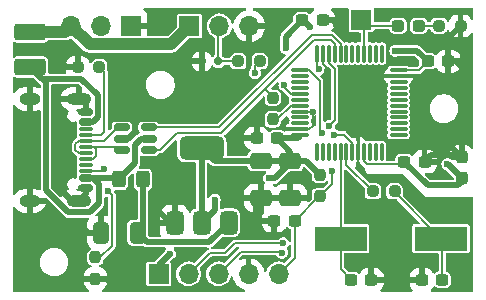
<source format=gtl>
G04 #@! TF.GenerationSoftware,KiCad,Pcbnew,8.0.3-8.0.3-0~ubuntu22.04.1*
G04 #@! TF.CreationDate,2025-02-10T22:12:32+01:00*
G04 #@! TF.ProjectId,garland_controller,6761726c-616e-4645-9f63-6f6e74726f6c,0.1*
G04 #@! TF.SameCoordinates,Original*
G04 #@! TF.FileFunction,Copper,L1,Top*
G04 #@! TF.FilePolarity,Positive*
%FSLAX46Y46*%
G04 Gerber Fmt 4.6, Leading zero omitted, Abs format (unit mm)*
G04 Created by KiCad (PCBNEW 8.0.3-8.0.3-0~ubuntu22.04.1) date 2025-02-10 22:12:32*
%MOMM*%
%LPD*%
G01*
G04 APERTURE LIST*
G04 Aperture macros list*
%AMRoundRect*
0 Rectangle with rounded corners*
0 $1 Rounding radius*
0 $2 $3 $4 $5 $6 $7 $8 $9 X,Y pos of 4 corners*
0 Add a 4 corners polygon primitive as box body*
4,1,4,$2,$3,$4,$5,$6,$7,$8,$9,$2,$3,0*
0 Add four circle primitives for the rounded corners*
1,1,$1+$1,$2,$3*
1,1,$1+$1,$4,$5*
1,1,$1+$1,$6,$7*
1,1,$1+$1,$8,$9*
0 Add four rect primitives between the rounded corners*
20,1,$1+$1,$2,$3,$4,$5,0*
20,1,$1+$1,$4,$5,$6,$7,0*
20,1,$1+$1,$6,$7,$8,$9,0*
20,1,$1+$1,$8,$9,$2,$3,0*%
G04 Aperture macros list end*
G04 #@! TA.AperFunction,SMDPad,CuDef*
%ADD10RoundRect,0.237500X0.237500X-0.250000X0.237500X0.250000X-0.237500X0.250000X-0.237500X-0.250000X0*%
G04 #@! TD*
G04 #@! TA.AperFunction,ComponentPad*
%ADD11R,1.700000X1.700000*%
G04 #@! TD*
G04 #@! TA.AperFunction,ComponentPad*
%ADD12O,1.700000X1.700000*%
G04 #@! TD*
G04 #@! TA.AperFunction,SMDPad,CuDef*
%ADD13RoundRect,0.237500X0.287500X0.237500X-0.287500X0.237500X-0.287500X-0.237500X0.287500X-0.237500X0*%
G04 #@! TD*
G04 #@! TA.AperFunction,SMDPad,CuDef*
%ADD14RoundRect,0.237500X-0.300000X-0.237500X0.300000X-0.237500X0.300000X0.237500X-0.300000X0.237500X0*%
G04 #@! TD*
G04 #@! TA.AperFunction,SMDPad,CuDef*
%ADD15RoundRect,0.250000X-0.650000X0.412500X-0.650000X-0.412500X0.650000X-0.412500X0.650000X0.412500X0*%
G04 #@! TD*
G04 #@! TA.AperFunction,SMDPad,CuDef*
%ADD16RoundRect,0.250001X1.074999X-0.462499X1.074999X0.462499X-1.074999X0.462499X-1.074999X-0.462499X0*%
G04 #@! TD*
G04 #@! TA.AperFunction,SMDPad,CuDef*
%ADD17RoundRect,0.237500X0.250000X0.237500X-0.250000X0.237500X-0.250000X-0.237500X0.250000X-0.237500X0*%
G04 #@! TD*
G04 #@! TA.AperFunction,SMDPad,CuDef*
%ADD18RoundRect,0.237500X0.300000X0.237500X-0.300000X0.237500X-0.300000X-0.237500X0.300000X-0.237500X0*%
G04 #@! TD*
G04 #@! TA.AperFunction,SMDPad,CuDef*
%ADD19RoundRect,0.150000X-0.512500X-0.150000X0.512500X-0.150000X0.512500X0.150000X-0.512500X0.150000X0*%
G04 #@! TD*
G04 #@! TA.AperFunction,SMDPad,CuDef*
%ADD20RoundRect,0.237500X-0.250000X-0.237500X0.250000X-0.237500X0.250000X0.237500X-0.250000X0.237500X0*%
G04 #@! TD*
G04 #@! TA.AperFunction,SMDPad,CuDef*
%ADD21RoundRect,0.237500X-0.237500X0.250000X-0.237500X-0.250000X0.237500X-0.250000X0.237500X0.250000X0*%
G04 #@! TD*
G04 #@! TA.AperFunction,SMDPad,CuDef*
%ADD22RoundRect,0.375000X0.375000X-0.625000X0.375000X0.625000X-0.375000X0.625000X-0.375000X-0.625000X0*%
G04 #@! TD*
G04 #@! TA.AperFunction,SMDPad,CuDef*
%ADD23RoundRect,0.500000X1.400000X-0.500000X1.400000X0.500000X-1.400000X0.500000X-1.400000X-0.500000X0*%
G04 #@! TD*
G04 #@! TA.AperFunction,SMDPad,CuDef*
%ADD24RoundRect,0.237500X0.237500X-0.300000X0.237500X0.300000X-0.237500X0.300000X-0.237500X-0.300000X0*%
G04 #@! TD*
G04 #@! TA.AperFunction,SMDPad,CuDef*
%ADD25RoundRect,0.075000X0.075000X-0.662500X0.075000X0.662500X-0.075000X0.662500X-0.075000X-0.662500X0*%
G04 #@! TD*
G04 #@! TA.AperFunction,SMDPad,CuDef*
%ADD26RoundRect,0.075000X0.662500X-0.075000X0.662500X0.075000X-0.662500X0.075000X-0.662500X-0.075000X0*%
G04 #@! TD*
G04 #@! TA.AperFunction,SMDPad,CuDef*
%ADD27RoundRect,0.250000X0.412500X0.650000X-0.412500X0.650000X-0.412500X-0.650000X0.412500X-0.650000X0*%
G04 #@! TD*
G04 #@! TA.AperFunction,SMDPad,CuDef*
%ADD28RoundRect,0.150000X-0.425000X0.150000X-0.425000X-0.150000X0.425000X-0.150000X0.425000X0.150000X0*%
G04 #@! TD*
G04 #@! TA.AperFunction,SMDPad,CuDef*
%ADD29RoundRect,0.075000X-0.500000X0.075000X-0.500000X-0.075000X0.500000X-0.075000X0.500000X0.075000X0*%
G04 #@! TD*
G04 #@! TA.AperFunction,ComponentPad*
%ADD30O,2.100000X1.000000*%
G04 #@! TD*
G04 #@! TA.AperFunction,ComponentPad*
%ADD31O,1.800000X1.000000*%
G04 #@! TD*
G04 #@! TA.AperFunction,SMDPad,CuDef*
%ADD32R,4.500000X2.000000*%
G04 #@! TD*
G04 #@! TA.AperFunction,SMDPad,CuDef*
%ADD33RoundRect,0.250000X-0.325000X-0.450000X0.325000X-0.450000X0.325000X0.450000X-0.325000X0.450000X0*%
G04 #@! TD*
G04 #@! TA.AperFunction,SMDPad,CuDef*
%ADD34RoundRect,0.150000X-0.150000X-0.200000X0.150000X-0.200000X0.150000X0.200000X-0.150000X0.200000X0*%
G04 #@! TD*
G04 #@! TA.AperFunction,ViaPad*
%ADD35C,0.600000*%
G04 #@! TD*
G04 #@! TA.AperFunction,Conductor*
%ADD36C,0.500000*%
G04 #@! TD*
G04 #@! TA.AperFunction,Conductor*
%ADD37C,0.200000*%
G04 #@! TD*
G04 #@! TA.AperFunction,Conductor*
%ADD38C,1.000000*%
G04 #@! TD*
G04 APERTURE END LIST*
D10*
X122500000Y-64912500D03*
X122500000Y-63087500D03*
D11*
X110540000Y-57000000D03*
D12*
X108000000Y-57000000D03*
X105460000Y-57000000D03*
D11*
X112840000Y-78000000D03*
D12*
X115380000Y-78000000D03*
X117920000Y-78000000D03*
X120460000Y-78000000D03*
X123000000Y-78000000D03*
D11*
X115460000Y-57000000D03*
D12*
X118000000Y-57000000D03*
X120540000Y-57000000D03*
D13*
X134875000Y-57000000D03*
X133125000Y-57000000D03*
D14*
X125000000Y-56500000D03*
X126725000Y-56500000D03*
D15*
X124000000Y-68437500D03*
X124000000Y-71562500D03*
D16*
X102000000Y-60487500D03*
X102000000Y-57512500D03*
D17*
X107825000Y-60500000D03*
X106000000Y-60500000D03*
D18*
X136862500Y-78500000D03*
X135137500Y-78500000D03*
D19*
X109725000Y-65600000D03*
X109725000Y-66550000D03*
X109725000Y-67500000D03*
X112000000Y-67500000D03*
X112000000Y-66550000D03*
X112000000Y-65600000D03*
D20*
X131000000Y-71000000D03*
X132825000Y-71000000D03*
D21*
X126500000Y-69587500D03*
X126500000Y-71412500D03*
D14*
X129137500Y-78500000D03*
X130862500Y-78500000D03*
D18*
X122862500Y-66500000D03*
X121137500Y-66500000D03*
X124362500Y-73500000D03*
X122637500Y-73500000D03*
D14*
X135637500Y-60000000D03*
X137362500Y-60000000D03*
D21*
X107500000Y-76587500D03*
X107500000Y-78412500D03*
D22*
X114200000Y-73650000D03*
X116500000Y-73650000D03*
D23*
X116500000Y-67350000D03*
D22*
X118800000Y-73650000D03*
D24*
X138500000Y-69862500D03*
X138500000Y-68137500D03*
D25*
X126250000Y-67662500D03*
X126750000Y-67662500D03*
X127250000Y-67662500D03*
X127750000Y-67662500D03*
X128250000Y-67662500D03*
X128750000Y-67662500D03*
X129250000Y-67662500D03*
X129750000Y-67662500D03*
X130250000Y-67662500D03*
X130750000Y-67662500D03*
X131250000Y-67662500D03*
X131750000Y-67662500D03*
D26*
X133162500Y-66250000D03*
X133162500Y-65750000D03*
X133162500Y-65250000D03*
X133162500Y-64750000D03*
X133162500Y-64250000D03*
X133162500Y-63750000D03*
X133162500Y-63250000D03*
X133162500Y-62750000D03*
X133162500Y-62250000D03*
X133162500Y-61750000D03*
X133162500Y-61250000D03*
X133162500Y-60750000D03*
D25*
X131750000Y-59337500D03*
X131250000Y-59337500D03*
X130750000Y-59337500D03*
X130250000Y-59337500D03*
X129750000Y-59337500D03*
X129250000Y-59337500D03*
X128750000Y-59337500D03*
X128250000Y-59337500D03*
X127750000Y-59337500D03*
X127250000Y-59337500D03*
X126750000Y-59337500D03*
X126250000Y-59337500D03*
D26*
X124837500Y-60750000D03*
X124837500Y-61250000D03*
X124837500Y-61750000D03*
X124837500Y-62250000D03*
X124837500Y-62750000D03*
X124837500Y-63250000D03*
X124837500Y-63750000D03*
X124837500Y-64250000D03*
X124837500Y-64750000D03*
X124837500Y-65250000D03*
X124837500Y-65750000D03*
X124837500Y-66250000D03*
D27*
X111062500Y-74500000D03*
X107937500Y-74500000D03*
D28*
X106680000Y-64300000D03*
X106680000Y-65100000D03*
D29*
X106680000Y-66250000D03*
X106680000Y-67250000D03*
X106680000Y-67750000D03*
X106680000Y-68750000D03*
D28*
X106680000Y-69900000D03*
X106680000Y-70700000D03*
X106680000Y-70700000D03*
X106680000Y-69900000D03*
D29*
X106680000Y-69250000D03*
X106680000Y-68250000D03*
X106680000Y-66750000D03*
X106680000Y-65750000D03*
D28*
X106680000Y-65100000D03*
X106680000Y-64300000D03*
D30*
X106105000Y-63180000D03*
D31*
X101925000Y-63180000D03*
D30*
X106105000Y-71820000D03*
D31*
X101925000Y-71820000D03*
D20*
X136587500Y-57000000D03*
X138412500Y-57000000D03*
D14*
X133637500Y-68500000D03*
X135362500Y-68500000D03*
D32*
X136750000Y-75000000D03*
X128250000Y-75000000D03*
D15*
X121500000Y-68437500D03*
X121500000Y-71562500D03*
D17*
X121412500Y-60000000D03*
X119587500Y-60000000D03*
D11*
X130000000Y-56500000D03*
D33*
X109475000Y-70000000D03*
X111525000Y-70000000D03*
D34*
X117900000Y-60000000D03*
X116500000Y-60000000D03*
D35*
X129799265Y-68950735D03*
X106200000Y-73800000D03*
X129800000Y-66100000D03*
X127150000Y-61000000D03*
X120700000Y-64800000D03*
X135357100Y-62170237D03*
X127900000Y-56800000D03*
X138500000Y-60500000D03*
X121100000Y-73200000D03*
X132817100Y-74870237D03*
X117577100Y-69790237D03*
X125889352Y-64250000D03*
X109957100Y-62170237D03*
X116500000Y-61400000D03*
X109957100Y-72330237D03*
X115037100Y-62170237D03*
X104877100Y-67250237D03*
X112497100Y-57090237D03*
X137897100Y-72330237D03*
X109957100Y-77410237D03*
X137200000Y-67100000D03*
X130277100Y-72330237D03*
X115037100Y-69790237D03*
X132817100Y-77410237D03*
X102337100Y-74870237D03*
X110837500Y-64837500D03*
X112700000Y-72500000D03*
X109000000Y-78900000D03*
X104500000Y-60000000D03*
X113800000Y-76300000D03*
X122200000Y-69900000D03*
X132900000Y-59100000D03*
X123600000Y-58900000D03*
X137300000Y-68700000D03*
X126386678Y-60680739D03*
X117600000Y-71700000D03*
X125700000Y-57100000D03*
X127700000Y-66200000D03*
X127500000Y-69300000D03*
X108250000Y-69150000D03*
X108600000Y-71000000D03*
X126684313Y-66100000D03*
X123286863Y-76191962D03*
X127250000Y-65500000D03*
X123400000Y-75400000D03*
X121000000Y-61000000D03*
X123500000Y-62000000D03*
D36*
X130862500Y-78500000D02*
X135137500Y-78500000D01*
X104250000Y-70515000D02*
X104250000Y-67877337D01*
X121100000Y-71962500D02*
X121500000Y-71562500D01*
X106900000Y-74500000D02*
X106200000Y-73800000D01*
X127600000Y-56500000D02*
X127900000Y-56800000D01*
X105000000Y-60500000D02*
X104500000Y-60000000D01*
X138000000Y-60000000D02*
X138500000Y-60500000D01*
D37*
X127250000Y-60695532D02*
X127250000Y-61000000D01*
D36*
X106680000Y-70700000D02*
X106680000Y-71245000D01*
X106000000Y-60500000D02*
X105000000Y-60500000D01*
X122637500Y-73500000D02*
X121400000Y-73500000D01*
X121100000Y-73200000D02*
X121100000Y-71962500D01*
X109725000Y-66550000D02*
X110290184Y-66550000D01*
D37*
X129750000Y-67662500D02*
X129750000Y-69000000D01*
X129750000Y-69000000D02*
X129799265Y-68950735D01*
D36*
X110290184Y-66550000D02*
X110837500Y-66002684D01*
X110800000Y-64800000D02*
X110837500Y-64837500D01*
X114200000Y-73650000D02*
X113850000Y-73650000D01*
X137462500Y-67100000D02*
X137200000Y-67100000D01*
X138312500Y-67950000D02*
X138500000Y-68137500D01*
X107937500Y-74500000D02*
X106900000Y-74500000D01*
X105555000Y-71820000D02*
X104250000Y-70515000D01*
X110837500Y-66002684D02*
X110837500Y-64837500D01*
X121400000Y-73500000D02*
X121100000Y-73200000D01*
X107500000Y-78412500D02*
X108512500Y-78412500D01*
D37*
X129750000Y-66150000D02*
X129800000Y-66100000D01*
D36*
X106680000Y-71245000D02*
X106105000Y-71820000D01*
X121137500Y-65237500D02*
X120700000Y-64800000D01*
X135362500Y-68500000D02*
X135912500Y-67950000D01*
X138500000Y-68137500D02*
X137462500Y-67100000D01*
X137362500Y-60000000D02*
X138000000Y-60000000D01*
D37*
X127250000Y-61000000D02*
X127150000Y-61000000D01*
X129750000Y-67662500D02*
X129750000Y-66150000D01*
D36*
X108512500Y-78412500D02*
X109000000Y-78900000D01*
X106105000Y-71820000D02*
X105555000Y-71820000D01*
D37*
X125889352Y-65468058D02*
X125889352Y-64250000D01*
D36*
X104250000Y-67877337D02*
X104877100Y-67250237D01*
X124000000Y-71562500D02*
X121500000Y-71562500D01*
X135912500Y-67950000D02*
X138312500Y-67950000D01*
D37*
X125607410Y-65750000D02*
X125889352Y-65468058D01*
X124837500Y-65750000D02*
X125607410Y-65750000D01*
D36*
X121137500Y-66500000D02*
X121137500Y-65237500D01*
X126725000Y-56500000D02*
X127600000Y-56500000D01*
X113850000Y-73650000D02*
X112700000Y-72500000D01*
X116500000Y-60000000D02*
X116500000Y-61400000D01*
D37*
X124837500Y-64250000D02*
X125889352Y-64250000D01*
D36*
X137362500Y-58050000D02*
X138412500Y-57000000D01*
D37*
X126750000Y-59337500D02*
X126750000Y-60195532D01*
X126750000Y-60195532D02*
X127250000Y-60695532D01*
D36*
X137362500Y-60000000D02*
X137362500Y-58050000D01*
D37*
X130250000Y-67662500D02*
X130250000Y-68432410D01*
D36*
X116500000Y-73650000D02*
X116500000Y-67350000D01*
X138500000Y-70200000D02*
X138200000Y-70500000D01*
X117600000Y-71700000D02*
X117600000Y-72550000D01*
X138200000Y-70500000D02*
X135637500Y-70500000D01*
D37*
X133437500Y-68700000D02*
X133637500Y-68500000D01*
D36*
X124000000Y-68437500D02*
X125350000Y-68437500D01*
D37*
X130250000Y-68432410D02*
X130517590Y-68700000D01*
D36*
X134737500Y-59100000D02*
X135637500Y-60000000D01*
X125350000Y-68437500D02*
X126500000Y-69587500D01*
X122862500Y-66500000D02*
X124687500Y-66500000D01*
X112840000Y-77260000D02*
X113800000Y-76300000D01*
X125000000Y-56500000D02*
X125100000Y-56500000D01*
X122700000Y-69900000D02*
X122200000Y-69900000D01*
X137300000Y-68700000D02*
X137337500Y-68700000D01*
X123600000Y-58900000D02*
X123600000Y-57900000D01*
D37*
X126386678Y-60680739D02*
X126250000Y-60544061D01*
D36*
X123600000Y-57900000D02*
X125000000Y-56500000D01*
X132900000Y-59100000D02*
X134737500Y-59100000D01*
X112840000Y-78000000D02*
X112840000Y-77260000D01*
D37*
X133162500Y-60750000D02*
X134887500Y-60750000D01*
X130517590Y-68700000D02*
X133437500Y-68700000D01*
X126250000Y-60544061D02*
X126250000Y-59337500D01*
D36*
X124000000Y-68437500D02*
X121500000Y-68437500D01*
X124687500Y-66500000D02*
X124837500Y-66350000D01*
X124000000Y-68437500D02*
X124000000Y-68600000D01*
D37*
X134887500Y-60750000D02*
X135637500Y-60000000D01*
D36*
X135637500Y-70500000D02*
X133637500Y-68500000D01*
X117587500Y-68437500D02*
X116500000Y-67350000D01*
X137337500Y-68700000D02*
X138500000Y-69862500D01*
X117600000Y-72550000D02*
X116500000Y-73650000D01*
X124000000Y-68600000D02*
X122700000Y-69900000D01*
X138500000Y-69862500D02*
X138500000Y-70200000D01*
X121500000Y-68437500D02*
X117587500Y-68437500D01*
X124000000Y-68437500D02*
X124000000Y-67637500D01*
X125100000Y-56500000D02*
X125700000Y-57100000D01*
X124000000Y-67637500D02*
X122862500Y-66500000D01*
D37*
X126500000Y-71412500D02*
X126450000Y-71412500D01*
X126450000Y-71412500D02*
X124362500Y-73500000D01*
X124362500Y-76637500D02*
X123000000Y-78000000D01*
X129250000Y-67662500D02*
X129250000Y-66892590D01*
X127500000Y-70412500D02*
X126500000Y-71412500D01*
X127500000Y-69300000D02*
X127500000Y-70412500D01*
X129250000Y-66892590D02*
X128557410Y-66200000D01*
X124362500Y-73500000D02*
X124362500Y-76637500D01*
X128557410Y-66200000D02*
X127700000Y-66200000D01*
X136862500Y-78500000D02*
X136862500Y-75112500D01*
X132825000Y-71000000D02*
X132825000Y-71075000D01*
X136862500Y-75112500D02*
X136750000Y-75000000D01*
X132825000Y-71075000D02*
X136750000Y-75000000D01*
X128250000Y-75000000D02*
X128250000Y-77612500D01*
X128250000Y-77612500D02*
X129137500Y-78500000D01*
X128250000Y-67662500D02*
X128250000Y-75000000D01*
X129137500Y-75887500D02*
X128250000Y-75000000D01*
D36*
X111525000Y-70000000D02*
X111525000Y-74037500D01*
X111862500Y-75300000D02*
X117150000Y-75300000D01*
X117150000Y-75300000D02*
X118800000Y-73650000D01*
X111525000Y-74037500D02*
X111062500Y-74500000D01*
X111062500Y-74500000D02*
X111862500Y-75300000D01*
D37*
X130500000Y-57000000D02*
X130000000Y-56500000D01*
X130250000Y-56750000D02*
X130000000Y-56500000D01*
X130250000Y-59337500D02*
X130250000Y-56750000D01*
X133125000Y-57000000D02*
X130500000Y-57000000D01*
X134875000Y-57000000D02*
X136587500Y-57000000D01*
X117900000Y-57100000D02*
X118000000Y-57000000D01*
X117900000Y-60000000D02*
X117900000Y-57100000D01*
X119587500Y-60000000D02*
X117900000Y-60000000D01*
D38*
X115460000Y-57000000D02*
X113910000Y-58550000D01*
X104947500Y-57512500D02*
X105460000Y-57000000D01*
X107010000Y-58550000D02*
X105460000Y-57000000D01*
X113910000Y-58550000D02*
X107010000Y-58550000D01*
X102000000Y-57512500D02*
X104947500Y-57512500D01*
D36*
X107800000Y-72018503D02*
X107048503Y-72770000D01*
X107307684Y-65100000D02*
X107705000Y-64702684D01*
X110837500Y-67062500D02*
X111350000Y-66550000D01*
X109475000Y-70000000D02*
X109375000Y-69900000D01*
X106680000Y-69900000D02*
X107307684Y-69900000D01*
X107800000Y-70392316D02*
X107800000Y-72018503D01*
X106680000Y-65100000D02*
X107307684Y-65100000D01*
X103300000Y-70908503D02*
X103300000Y-61787500D01*
X111350000Y-66550000D02*
X112000000Y-66550000D01*
X107307684Y-69900000D02*
X107800000Y-70392316D01*
X107705000Y-62886497D02*
X106318503Y-61500000D01*
X106318503Y-61500000D02*
X103012500Y-61500000D01*
X105161497Y-72770000D02*
X103300000Y-70908503D01*
X103300000Y-61787500D02*
X102000000Y-60487500D01*
X110837500Y-68637500D02*
X110837500Y-67062500D01*
X109375000Y-69900000D02*
X106680000Y-69900000D01*
X109475000Y-70000000D02*
X110837500Y-68637500D01*
X103012500Y-61500000D02*
X102000000Y-60487500D01*
X107048503Y-72770000D02*
X105161497Y-72770000D01*
X107705000Y-64702684D02*
X107705000Y-62886497D01*
D37*
X107400000Y-67250000D02*
X109475000Y-67250000D01*
X106680000Y-67250000D02*
X107400000Y-67250000D01*
X109475000Y-67250000D02*
X109725000Y-67500000D01*
X107555000Y-67405000D02*
X107400000Y-67250000D01*
X107287410Y-68250000D02*
X107555000Y-67982410D01*
X107555000Y-67982410D02*
X107555000Y-67405000D01*
X106680000Y-68250000D02*
X107287410Y-68250000D01*
X108221948Y-66750000D02*
X109371948Y-65600000D01*
X109371948Y-65600000D02*
X109725000Y-65600000D01*
X106072590Y-66750000D02*
X105805000Y-67017590D01*
X106680000Y-66750000D02*
X108221948Y-66750000D01*
X106680000Y-66750000D02*
X106072590Y-66750000D01*
X106072590Y-67750000D02*
X106680000Y-67750000D01*
X105805000Y-67017590D02*
X105805000Y-67482410D01*
X105805000Y-67482410D02*
X106072590Y-67750000D01*
X108300000Y-69200000D02*
X108250000Y-69150000D01*
X108900000Y-71300000D02*
X108900000Y-75600000D01*
X107912500Y-76587500D02*
X107500000Y-76587500D01*
X106680000Y-69250000D02*
X108250000Y-69250000D01*
X108900000Y-75600000D02*
X107912500Y-76587500D01*
X108600000Y-71000000D02*
X108900000Y-71300000D01*
X108250000Y-69250000D02*
X108300000Y-69200000D01*
X108255000Y-65945000D02*
X107950000Y-66250000D01*
X107950000Y-66250000D02*
X106680000Y-66250000D01*
X108255000Y-60930000D02*
X108255000Y-65945000D01*
X107825000Y-60500000D02*
X108255000Y-60930000D01*
X126684313Y-66100000D02*
X126500000Y-65915687D01*
X126500000Y-65915687D02*
X126500000Y-61642590D01*
X119820000Y-76100000D02*
X123300000Y-76100000D01*
X117920000Y-78000000D02*
X119820000Y-76100000D01*
X126500000Y-61642590D02*
X125607410Y-60750000D01*
X125607410Y-60750000D02*
X124837500Y-60750000D01*
X123300000Y-76178825D02*
X123286863Y-76191962D01*
X123300000Y-76100000D02*
X123300000Y-76178825D01*
X119300000Y-75400000D02*
X123400000Y-75400000D01*
X118500000Y-76200000D02*
X119300000Y-75400000D01*
X117180000Y-76200000D02*
X118500000Y-76200000D01*
X127250000Y-65500000D02*
X127750000Y-65000000D01*
X127750000Y-65000000D02*
X127750000Y-60607410D01*
X127250000Y-60107410D02*
X127250000Y-59337500D01*
X115380000Y-78000000D02*
X117180000Y-76200000D01*
X127750000Y-60607410D02*
X127250000Y-60107410D01*
X128750000Y-68750000D02*
X131000000Y-71000000D01*
X128750000Y-67662500D02*
X128750000Y-68750000D01*
X122905090Y-64912500D02*
X122500000Y-64912500D01*
X124837500Y-63750000D02*
X124067590Y-63750000D01*
X124067590Y-63750000D02*
X122905090Y-64912500D01*
X114443751Y-66050000D02*
X118168200Y-66050000D01*
X112993751Y-67500000D02*
X114443751Y-66050000D01*
X122500000Y-63087500D02*
X122500000Y-63000000D01*
X112000000Y-67500000D02*
X112993751Y-67500000D01*
X127750000Y-58567590D02*
X127750000Y-59337500D01*
X125993200Y-58225000D02*
X127407410Y-58225000D01*
X121859100Y-62359100D02*
X125993200Y-58225000D01*
X118168200Y-66050000D02*
X121859100Y-62359100D01*
X127407410Y-58225000D02*
X127750000Y-58567590D01*
X122500000Y-63000000D02*
X121859100Y-62359100D01*
X124837500Y-62750000D02*
X124067590Y-62750000D01*
X124067590Y-62750000D02*
X123500000Y-62182410D01*
X123500000Y-62182410D02*
X123500000Y-62000000D01*
X121000000Y-61000000D02*
X121000000Y-60412500D01*
X121000000Y-60412500D02*
X121412500Y-60000000D01*
X112993771Y-65600020D02*
X117981780Y-65600020D01*
X117981780Y-65600020D02*
X125806800Y-57775000D01*
X112993751Y-65600000D02*
X112993771Y-65600020D01*
X112000000Y-65600000D02*
X112993751Y-65600000D01*
X128250000Y-58501904D02*
X128250000Y-59337500D01*
X127523096Y-57775000D02*
X128250000Y-58501904D01*
X125806800Y-57775000D02*
X127523096Y-57775000D01*
G04 #@! TA.AperFunction,Conductor*
G36*
X110695445Y-69513400D02*
G01*
X110738710Y-69556665D01*
X110749500Y-69601610D01*
X110749500Y-70504274D01*
X110752353Y-70534694D01*
X110752355Y-70534703D01*
X110797207Y-70662883D01*
X110877845Y-70772144D01*
X110877847Y-70772146D01*
X110877850Y-70772150D01*
X110877853Y-70772152D01*
X110877855Y-70772154D01*
X110987114Y-70852791D01*
X110987116Y-70852791D01*
X110987118Y-70852793D01*
X111008198Y-70860169D01*
X111056878Y-70897233D01*
X111074500Y-70953613D01*
X111074500Y-73300500D01*
X111055593Y-73358691D01*
X111006093Y-73394655D01*
X110975500Y-73399500D01*
X110595725Y-73399500D01*
X110565305Y-73402353D01*
X110565296Y-73402355D01*
X110437116Y-73447207D01*
X110327855Y-73527845D01*
X110327845Y-73527855D01*
X110247207Y-73637116D01*
X110202355Y-73765296D01*
X110202353Y-73765305D01*
X110199500Y-73795725D01*
X110199500Y-75204274D01*
X110202353Y-75234694D01*
X110202355Y-75234703D01*
X110247207Y-75362883D01*
X110327845Y-75472144D01*
X110327847Y-75472146D01*
X110327850Y-75472150D01*
X110327853Y-75472152D01*
X110327855Y-75472154D01*
X110437116Y-75552792D01*
X110437117Y-75552792D01*
X110437118Y-75552793D01*
X110565301Y-75597646D01*
X110595725Y-75600499D01*
X110595727Y-75600500D01*
X110595734Y-75600500D01*
X111484888Y-75600500D01*
X111543079Y-75619407D01*
X111554891Y-75629495D01*
X111585886Y-75660490D01*
X111688613Y-75719799D01*
X111712820Y-75726284D01*
X111712825Y-75726287D01*
X111712826Y-75726286D01*
X111803188Y-75750499D01*
X111803190Y-75750500D01*
X113397108Y-75750500D01*
X113455299Y-75769407D01*
X113491263Y-75818907D01*
X113491263Y-75880093D01*
X113471927Y-75914331D01*
X113374623Y-76026626D01*
X113330224Y-76123843D01*
X113310175Y-76152719D01*
X112542393Y-76920503D01*
X112487876Y-76948281D01*
X112472389Y-76949500D01*
X111970252Y-76949500D01*
X111970251Y-76949500D01*
X111970241Y-76949501D01*
X111911772Y-76961132D01*
X111911766Y-76961134D01*
X111845451Y-77005445D01*
X111845445Y-77005451D01*
X111801134Y-77071766D01*
X111801132Y-77071772D01*
X111789501Y-77130241D01*
X111789500Y-77130253D01*
X111789500Y-78869746D01*
X111789501Y-78869758D01*
X111801132Y-78928227D01*
X111801134Y-78928233D01*
X111833256Y-78976306D01*
X111845448Y-78994552D01*
X111911769Y-79038867D01*
X111956231Y-79047711D01*
X111970241Y-79050498D01*
X111970246Y-79050498D01*
X111970252Y-79050500D01*
X111970253Y-79050500D01*
X113709747Y-79050500D01*
X113709748Y-79050500D01*
X113768231Y-79038867D01*
X113834552Y-78994552D01*
X113878867Y-78928231D01*
X113890500Y-78869748D01*
X113890500Y-77130252D01*
X113888921Y-77122316D01*
X113883541Y-77095268D01*
X113878867Y-77071769D01*
X113860630Y-77044476D01*
X113838476Y-77011320D01*
X113821867Y-76952432D01*
X113843044Y-76895028D01*
X113850779Y-76886322D01*
X113945607Y-76791494D01*
X113987723Y-76766509D01*
X114010053Y-76759953D01*
X114131128Y-76682143D01*
X114225377Y-76573373D01*
X114285165Y-76442457D01*
X114296222Y-76365556D01*
X114305647Y-76300002D01*
X114305647Y-76299997D01*
X114285165Y-76157543D01*
X114272825Y-76130523D01*
X114225377Y-76026627D01*
X114167245Y-75959539D01*
X114128073Y-75914331D01*
X114104255Y-75857972D01*
X114118114Y-75798376D01*
X114164355Y-75758309D01*
X114202892Y-75750500D01*
X116988083Y-75750500D01*
X117046274Y-75769407D01*
X117082238Y-75818907D01*
X117082238Y-75880093D01*
X117046274Y-75929593D01*
X117037583Y-75935236D01*
X117019143Y-75945881D01*
X117019144Y-75945882D01*
X116995489Y-75959539D01*
X115931214Y-77023812D01*
X115876698Y-77051589D01*
X115816266Y-77042018D01*
X115814583Y-77041139D01*
X115783954Y-77024768D01*
X115585934Y-76964699D01*
X115585929Y-76964698D01*
X115380003Y-76944417D01*
X115379997Y-76944417D01*
X115174070Y-76964698D01*
X115174065Y-76964699D01*
X114976045Y-77024768D01*
X114793547Y-77122316D01*
X114633595Y-77253585D01*
X114633585Y-77253595D01*
X114502316Y-77413547D01*
X114404768Y-77596045D01*
X114344699Y-77794065D01*
X114344698Y-77794070D01*
X114324417Y-77999996D01*
X114324417Y-78000003D01*
X114344698Y-78205929D01*
X114344699Y-78205934D01*
X114404768Y-78403954D01*
X114502316Y-78586452D01*
X114605067Y-78711655D01*
X114633590Y-78746410D01*
X114633595Y-78746414D01*
X114793547Y-78877683D01*
X114793548Y-78877683D01*
X114793550Y-78877685D01*
X114976046Y-78975232D01*
X115113997Y-79017078D01*
X115174065Y-79035300D01*
X115174070Y-79035301D01*
X115379997Y-79055583D01*
X115380000Y-79055583D01*
X115380003Y-79055583D01*
X115585929Y-79035301D01*
X115585934Y-79035300D01*
X115783954Y-78975232D01*
X115966450Y-78877685D01*
X116126410Y-78746410D01*
X116257685Y-78586450D01*
X116355232Y-78403954D01*
X116415300Y-78205934D01*
X116415301Y-78205929D01*
X116435583Y-78000003D01*
X116435583Y-77999996D01*
X116415301Y-77794070D01*
X116415300Y-77794065D01*
X116366879Y-77634443D01*
X116355232Y-77596046D01*
X116346684Y-77580053D01*
X116338881Y-77565454D01*
X116328125Y-77505221D01*
X116354827Y-77450170D01*
X116356188Y-77448782D01*
X117275476Y-76529496D01*
X117329992Y-76501719D01*
X117345479Y-76500500D01*
X118539563Y-76500500D01*
X118539563Y-76500499D01*
X118615989Y-76480021D01*
X118684511Y-76440460D01*
X118740460Y-76384511D01*
X119395475Y-75729496D01*
X119449992Y-75701719D01*
X119465479Y-75700500D01*
X119555522Y-75700500D01*
X119613713Y-75719407D01*
X119649677Y-75768907D01*
X119649677Y-75830093D01*
X119625525Y-75869504D01*
X118471214Y-77023812D01*
X118416698Y-77051589D01*
X118356266Y-77042018D01*
X118354583Y-77041139D01*
X118323954Y-77024768D01*
X118125934Y-76964699D01*
X118125929Y-76964698D01*
X117920003Y-76944417D01*
X117919997Y-76944417D01*
X117714070Y-76964698D01*
X117714065Y-76964699D01*
X117516045Y-77024768D01*
X117333547Y-77122316D01*
X117173595Y-77253585D01*
X117173585Y-77253595D01*
X117042316Y-77413547D01*
X116944768Y-77596045D01*
X116884699Y-77794065D01*
X116884698Y-77794070D01*
X116864417Y-77999996D01*
X116864417Y-78000003D01*
X116884698Y-78205929D01*
X116884699Y-78205934D01*
X116944768Y-78403954D01*
X117042316Y-78586452D01*
X117145067Y-78711655D01*
X117173590Y-78746410D01*
X117173595Y-78746414D01*
X117333547Y-78877683D01*
X117333548Y-78877683D01*
X117333550Y-78877685D01*
X117516046Y-78975232D01*
X117653997Y-79017078D01*
X117714065Y-79035300D01*
X117714070Y-79035301D01*
X117919997Y-79055583D01*
X117920000Y-79055583D01*
X117920003Y-79055583D01*
X118125929Y-79035301D01*
X118125934Y-79035300D01*
X118323954Y-78975232D01*
X118506450Y-78877685D01*
X118666410Y-78746410D01*
X118797685Y-78586450D01*
X118895232Y-78403954D01*
X118940819Y-78253670D01*
X118975804Y-78203474D01*
X119033612Y-78183428D01*
X119092163Y-78201189D01*
X119129092Y-78249973D01*
X119131183Y-78256786D01*
X119186569Y-78463489D01*
X119286399Y-78677577D01*
X119421886Y-78871073D01*
X119588926Y-79038113D01*
X119782422Y-79173600D01*
X119996510Y-79273430D01*
X120113854Y-79304873D01*
X120165168Y-79338197D01*
X120187095Y-79395319D01*
X120171259Y-79454419D01*
X120123710Y-79492924D01*
X120088231Y-79499500D01*
X108134426Y-79499500D01*
X108076235Y-79480593D01*
X108040271Y-79431093D01*
X108040271Y-79369907D01*
X108076235Y-79320407D01*
X108082453Y-79316240D01*
X108198035Y-79244946D01*
X108319946Y-79123035D01*
X108410451Y-78976306D01*
X108464681Y-78812648D01*
X108475000Y-78711655D01*
X108475000Y-78662501D01*
X108474999Y-78662500D01*
X106525002Y-78662500D01*
X106525001Y-78662501D01*
X106525001Y-78711654D01*
X106535317Y-78812642D01*
X106535320Y-78812654D01*
X106589548Y-78976306D01*
X106680053Y-79123035D01*
X106801964Y-79244946D01*
X106917547Y-79316240D01*
X106957148Y-79362881D01*
X106961771Y-79423892D01*
X106929649Y-79475967D01*
X106873053Y-79499217D01*
X106865574Y-79499500D01*
X100599500Y-79499500D01*
X100541309Y-79480593D01*
X100505345Y-79431093D01*
X100500500Y-79400500D01*
X100500500Y-76904728D01*
X102789500Y-76904728D01*
X102789500Y-77095271D01*
X102819306Y-77283456D01*
X102878185Y-77464669D01*
X102964687Y-77634439D01*
X102964689Y-77634443D01*
X103076677Y-77788582D01*
X103076679Y-77788584D01*
X103076682Y-77788588D01*
X103211412Y-77923318D01*
X103211415Y-77923320D01*
X103211417Y-77923322D01*
X103365556Y-78035310D01*
X103365560Y-78035312D01*
X103535329Y-78121814D01*
X103716541Y-78180693D01*
X103791817Y-78192615D01*
X103904729Y-78210500D01*
X103904732Y-78210500D01*
X104095271Y-78210500D01*
X104205801Y-78192993D01*
X104283459Y-78180693D01*
X104464671Y-78121814D01*
X104634440Y-78035312D01*
X104666044Y-78012351D01*
X104685822Y-77997980D01*
X104788588Y-77923318D01*
X104923318Y-77788588D01*
X105035312Y-77634440D01*
X105121814Y-77464671D01*
X105180693Y-77283459D01*
X105201719Y-77150711D01*
X105210500Y-77095271D01*
X105210500Y-76904728D01*
X105186545Y-76753489D01*
X105180693Y-76716541D01*
X105121814Y-76535329D01*
X105035312Y-76365560D01*
X105035310Y-76365556D01*
X104923322Y-76211417D01*
X104923320Y-76211415D01*
X104923318Y-76211412D01*
X104788588Y-76076682D01*
X104788584Y-76076679D01*
X104788582Y-76076677D01*
X104634443Y-75964689D01*
X104634439Y-75964687D01*
X104464669Y-75878185D01*
X104283456Y-75819306D01*
X104095271Y-75789500D01*
X104095268Y-75789500D01*
X103904732Y-75789500D01*
X103904729Y-75789500D01*
X103716543Y-75819306D01*
X103535330Y-75878185D01*
X103365560Y-75964687D01*
X103365556Y-75964689D01*
X103211417Y-76076677D01*
X103076677Y-76211417D01*
X102964689Y-76365556D01*
X102964687Y-76365560D01*
X102878185Y-76535330D01*
X102819306Y-76716543D01*
X102789500Y-76904728D01*
X100500500Y-76904728D01*
X100500500Y-72413040D01*
X100519407Y-72354849D01*
X100568907Y-72318885D01*
X100630093Y-72318885D01*
X100679593Y-72354849D01*
X100681815Y-72358038D01*
X100748249Y-72457462D01*
X100748252Y-72457466D01*
X100887533Y-72596747D01*
X100887537Y-72596750D01*
X101051314Y-72706185D01*
X101051326Y-72706191D01*
X101233310Y-72781570D01*
X101426506Y-72819999D01*
X101426510Y-72820000D01*
X101674999Y-72820000D01*
X101675000Y-72819999D01*
X101675000Y-72120000D01*
X102175000Y-72120000D01*
X102175000Y-72819999D01*
X102175001Y-72820000D01*
X102423490Y-72820000D01*
X102423493Y-72819999D01*
X102616688Y-72781570D01*
X102616690Y-72781570D01*
X102798673Y-72706191D01*
X102798685Y-72706185D01*
X102962462Y-72596750D01*
X102962466Y-72596747D01*
X103101747Y-72457466D01*
X103101750Y-72457462D01*
X103211185Y-72293685D01*
X103211191Y-72293673D01*
X103286568Y-72111695D01*
X103286571Y-72111684D01*
X103294863Y-72070000D01*
X102491988Y-72070000D01*
X102509205Y-72060060D01*
X102565060Y-72004205D01*
X102604556Y-71935796D01*
X102625000Y-71859496D01*
X102625000Y-71780504D01*
X102604556Y-71704204D01*
X102565060Y-71635795D01*
X102509205Y-71579940D01*
X102491988Y-71570000D01*
X103283386Y-71570000D01*
X103341577Y-71588907D01*
X103353390Y-71598996D01*
X104884883Y-73130489D01*
X104944193Y-73164731D01*
X104987611Y-73189799D01*
X105102188Y-73220500D01*
X105102190Y-73220500D01*
X106855621Y-73220500D01*
X106913812Y-73239407D01*
X106949776Y-73288907D01*
X106949776Y-73350093D01*
X106935554Y-73376651D01*
X106935710Y-73376748D01*
X106934136Y-73379298D01*
X106933276Y-73380906D01*
X106932681Y-73381657D01*
X106840643Y-73530875D01*
X106785493Y-73697306D01*
X106775000Y-73800012D01*
X106775000Y-74249999D01*
X106775001Y-74250000D01*
X107687499Y-74250000D01*
X107687500Y-74249999D01*
X107687500Y-73100001D01*
X107687499Y-73100000D01*
X107594612Y-73100000D01*
X107536421Y-73081093D01*
X107500457Y-73031593D01*
X107500457Y-72970407D01*
X107524604Y-72931001D01*
X108160489Y-72295117D01*
X108219799Y-72192390D01*
X108236462Y-72130201D01*
X108250500Y-72077812D01*
X108250500Y-71550316D01*
X108269407Y-71492125D01*
X108318907Y-71456161D01*
X108380093Y-71456161D01*
X108389471Y-71459813D01*
X108389946Y-71459952D01*
X108389947Y-71459953D01*
X108528039Y-71500500D01*
X108528040Y-71500500D01*
X108528391Y-71500603D01*
X108578898Y-71535138D01*
X108599460Y-71592765D01*
X108599500Y-71595593D01*
X108599500Y-73010754D01*
X108580593Y-73068945D01*
X108531093Y-73104909D01*
X108490438Y-73109241D01*
X108399988Y-73100000D01*
X108187501Y-73100000D01*
X108187500Y-73100001D01*
X108187500Y-74651000D01*
X108168593Y-74709191D01*
X108119093Y-74745155D01*
X108088500Y-74750000D01*
X106775002Y-74750000D01*
X106775001Y-74750001D01*
X106775001Y-75199986D01*
X106785492Y-75302687D01*
X106785495Y-75302699D01*
X106840643Y-75469124D01*
X106932680Y-75618340D01*
X107056659Y-75742319D01*
X107089974Y-75762868D01*
X107129576Y-75809509D01*
X107134199Y-75870520D01*
X107102078Y-75922596D01*
X107070703Y-75940572D01*
X107055525Y-75945883D01*
X107055523Y-75945884D01*
X106949293Y-76024285D01*
X106949285Y-76024293D01*
X106870884Y-76130523D01*
X106827276Y-76255147D01*
X106827274Y-76255155D01*
X106824500Y-76284733D01*
X106824500Y-76890266D01*
X106827274Y-76919844D01*
X106827276Y-76919852D01*
X106870884Y-77044476D01*
X106934190Y-77130253D01*
X106949289Y-77150711D01*
X106949292Y-77150713D01*
X106949293Y-77150714D01*
X107055523Y-77229115D01*
X107055524Y-77229115D01*
X107055525Y-77229116D01*
X107099060Y-77244349D01*
X107111492Y-77248700D01*
X107160172Y-77285765D01*
X107177769Y-77344366D01*
X107157561Y-77402117D01*
X107109934Y-77436119D01*
X106948693Y-77489548D01*
X106801964Y-77580053D01*
X106680053Y-77701964D01*
X106589548Y-77848693D01*
X106535318Y-78012351D01*
X106525000Y-78113344D01*
X106525000Y-78162499D01*
X106525001Y-78162500D01*
X108474998Y-78162500D01*
X108474999Y-78162499D01*
X108474999Y-78113345D01*
X108464682Y-78012357D01*
X108464679Y-78012345D01*
X108410451Y-77848693D01*
X108319946Y-77701964D01*
X108198035Y-77580053D01*
X108051306Y-77489548D01*
X107890065Y-77436119D01*
X107840775Y-77399868D01*
X107822207Y-77341568D01*
X107841452Y-77283488D01*
X107888505Y-77248700D01*
X107944475Y-77229116D01*
X107949993Y-77225044D01*
X107987629Y-77197267D01*
X108050711Y-77150711D01*
X108129116Y-77044475D01*
X108172725Y-76919849D01*
X108175500Y-76890256D01*
X108175500Y-76790478D01*
X108194407Y-76732287D01*
X108204490Y-76720480D01*
X109140460Y-75784511D01*
X109147965Y-75771512D01*
X109149181Y-75769407D01*
X109164819Y-75742319D01*
X109180021Y-75715989D01*
X109200500Y-75639562D01*
X109200500Y-71260438D01*
X109180021Y-71184011D01*
X109140460Y-71115489D01*
X109140459Y-71115488D01*
X109130544Y-71105572D01*
X109102768Y-71051055D01*
X109102558Y-71021482D01*
X109105647Y-71000000D01*
X109105647Y-70999998D01*
X109105647Y-70999500D01*
X109105775Y-70999104D01*
X109106655Y-70992989D01*
X109107713Y-70993141D01*
X109124554Y-70941309D01*
X109174054Y-70905345D01*
X109204647Y-70900500D01*
X109854273Y-70900500D01*
X109854273Y-70900499D01*
X109884699Y-70897646D01*
X110012882Y-70852793D01*
X110122150Y-70772150D01*
X110202793Y-70662882D01*
X110247646Y-70534699D01*
X110250499Y-70504273D01*
X110250500Y-70504273D01*
X110250500Y-69902610D01*
X110269407Y-69844419D01*
X110279490Y-69832612D01*
X110580496Y-69531605D01*
X110635013Y-69503829D01*
X110695445Y-69513400D01*
G37*
G04 #@! TD.AperFunction*
G04 #@! TA.AperFunction,Conductor*
G36*
X124029942Y-75537401D02*
G01*
X124060028Y-75590678D01*
X124062000Y-75610338D01*
X124062000Y-76472020D01*
X124043093Y-76530211D01*
X124033003Y-76542024D01*
X123551214Y-77023812D01*
X123496698Y-77051589D01*
X123436266Y-77042018D01*
X123434583Y-77041139D01*
X123403954Y-77024768D01*
X123205934Y-76964699D01*
X123205929Y-76964698D01*
X123000003Y-76944417D01*
X122999997Y-76944417D01*
X122794070Y-76964698D01*
X122794065Y-76964699D01*
X122596045Y-77024768D01*
X122413547Y-77122316D01*
X122253595Y-77253585D01*
X122253585Y-77253595D01*
X122122316Y-77413547D01*
X122024771Y-77596040D01*
X122024768Y-77596046D01*
X122013121Y-77634443D01*
X121979180Y-77746329D01*
X121944195Y-77796525D01*
X121886386Y-77816571D01*
X121827836Y-77798810D01*
X121790907Y-77750025D01*
X121788816Y-77743213D01*
X121733429Y-77536504D01*
X121633605Y-77322432D01*
X121633601Y-77322424D01*
X121498113Y-77128926D01*
X121331073Y-76961886D01*
X121137577Y-76826399D01*
X120923489Y-76726569D01*
X120710000Y-76669364D01*
X120710000Y-77566988D01*
X120652993Y-77534075D01*
X120525826Y-77500000D01*
X120394174Y-77500000D01*
X120267007Y-77534075D01*
X120210000Y-77566988D01*
X120210000Y-76669364D01*
X119996510Y-76726569D01*
X119796888Y-76819654D01*
X119736159Y-76827110D01*
X119682645Y-76797447D01*
X119656787Y-76741994D01*
X119668462Y-76681933D01*
X119685046Y-76659925D01*
X119915476Y-76429496D01*
X119969992Y-76401719D01*
X119985479Y-76400500D01*
X122768253Y-76400500D01*
X122826444Y-76419407D01*
X122858305Y-76458371D01*
X122861484Y-76465332D01*
X122861485Y-76465333D01*
X122861486Y-76465335D01*
X122917701Y-76530211D01*
X122955736Y-76574106D01*
X123076805Y-76651912D01*
X123076810Y-76651915D01*
X123136237Y-76669364D01*
X123214898Y-76692461D01*
X123214899Y-76692461D01*
X123214902Y-76692462D01*
X123214904Y-76692462D01*
X123358822Y-76692462D01*
X123358824Y-76692462D01*
X123496916Y-76651915D01*
X123617991Y-76574105D01*
X123712240Y-76465335D01*
X123772028Y-76334419D01*
X123783425Y-76255151D01*
X123792510Y-76191964D01*
X123792510Y-76191959D01*
X123772028Y-76049505D01*
X123712241Y-75918591D01*
X123709050Y-75913626D01*
X123693495Y-75854451D01*
X123715693Y-75797434D01*
X123727510Y-75785276D01*
X123731117Y-75782149D01*
X123731128Y-75782143D01*
X123825377Y-75673373D01*
X123872947Y-75569211D01*
X123914319Y-75524134D01*
X123974286Y-75511983D01*
X124029942Y-75537401D01*
G37*
G04 #@! TD.AperFunction*
G04 #@! TA.AperFunction,Conductor*
G36*
X117119501Y-68606604D02*
G01*
X117310886Y-68797989D01*
X117310888Y-68797990D01*
X117310890Y-68797992D01*
X117413607Y-68857296D01*
X117413609Y-68857296D01*
X117413613Y-68857299D01*
X117434532Y-68862904D01*
X117434535Y-68862906D01*
X117434536Y-68862905D01*
X117528191Y-68888000D01*
X120315769Y-68888000D01*
X120373960Y-68906907D01*
X120409213Y-68954302D01*
X120447207Y-69062883D01*
X120527845Y-69172144D01*
X120527847Y-69172146D01*
X120527850Y-69172150D01*
X120527853Y-69172152D01*
X120527855Y-69172154D01*
X120637116Y-69252792D01*
X120637117Y-69252792D01*
X120637118Y-69252793D01*
X120765301Y-69297646D01*
X120795725Y-69300499D01*
X120795727Y-69300500D01*
X121869923Y-69300500D01*
X121928114Y-69319407D01*
X121964078Y-69368907D01*
X121964078Y-69430093D01*
X121928114Y-69479593D01*
X121923447Y-69482784D01*
X121868872Y-69517857D01*
X121774622Y-69626628D01*
X121714834Y-69757543D01*
X121694353Y-69899997D01*
X121694353Y-69900002D01*
X121714834Y-70042456D01*
X121767306Y-70157352D01*
X121774623Y-70173373D01*
X121829036Y-70236169D01*
X121852853Y-70292529D01*
X121838994Y-70352124D01*
X121792753Y-70392191D01*
X121754216Y-70400000D01*
X121750001Y-70400000D01*
X121750000Y-70400001D01*
X121750000Y-71312499D01*
X121750001Y-71312500D01*
X123749999Y-71312500D01*
X123750000Y-71312499D01*
X123750000Y-70400001D01*
X124250000Y-70400001D01*
X124250000Y-71312499D01*
X124250001Y-71312500D01*
X125399998Y-71312500D01*
X125399999Y-71312499D01*
X125399999Y-71100013D01*
X125389507Y-70997312D01*
X125389504Y-70997300D01*
X125334356Y-70830875D01*
X125242319Y-70681659D01*
X125118340Y-70557680D01*
X124969124Y-70465643D01*
X124802693Y-70410493D01*
X124699987Y-70400000D01*
X124250001Y-70400000D01*
X124250000Y-70400001D01*
X123750000Y-70400001D01*
X123749999Y-70400000D01*
X123300013Y-70400000D01*
X123197312Y-70410492D01*
X123197300Y-70410495D01*
X123030875Y-70465643D01*
X122881659Y-70557680D01*
X122820004Y-70619336D01*
X122765487Y-70647113D01*
X122705055Y-70637542D01*
X122679996Y-70619336D01*
X122618342Y-70557682D01*
X122579560Y-70533761D01*
X122539959Y-70487119D01*
X122535336Y-70426109D01*
X122567457Y-70374033D01*
X122624053Y-70350783D01*
X122631533Y-70350500D01*
X122759307Y-70350500D01*
X122759309Y-70350500D01*
X122856342Y-70324500D01*
X122873887Y-70319799D01*
X122873889Y-70319797D01*
X122873891Y-70319797D01*
X122976609Y-70260492D01*
X122976609Y-70260491D01*
X122976614Y-70260489D01*
X123751315Y-69485789D01*
X123907609Y-69329496D01*
X123962125Y-69301719D01*
X123977612Y-69300500D01*
X124704273Y-69300500D01*
X124704273Y-69300499D01*
X124734699Y-69297646D01*
X124862882Y-69252793D01*
X124972150Y-69172150D01*
X125025912Y-69099304D01*
X125052791Y-69062885D01*
X125052792Y-69062883D01*
X125052793Y-69062882D01*
X125074757Y-69000110D01*
X125111820Y-68951433D01*
X125170420Y-68933836D01*
X125228172Y-68954043D01*
X125238204Y-68962807D01*
X125795504Y-69520107D01*
X125823281Y-69574624D01*
X125824500Y-69590111D01*
X125824500Y-69890266D01*
X125827274Y-69919844D01*
X125827276Y-69919852D01*
X125870884Y-70044476D01*
X125939915Y-70138010D01*
X125949289Y-70150711D01*
X125949292Y-70150713D01*
X125949293Y-70150714D01*
X126055523Y-70229115D01*
X126055524Y-70229115D01*
X126055525Y-70229116D01*
X126180151Y-70272725D01*
X126207441Y-70275284D01*
X126209733Y-70275499D01*
X126209738Y-70275500D01*
X126209744Y-70275500D01*
X126790262Y-70275500D01*
X126790265Y-70275499D01*
X126819849Y-70272725D01*
X126944475Y-70229116D01*
X127041713Y-70157351D01*
X127099759Y-70138010D01*
X127158090Y-70156481D01*
X127194423Y-70205711D01*
X127199500Y-70237007D01*
X127199500Y-70247021D01*
X127180593Y-70305212D01*
X127170504Y-70317025D01*
X126792025Y-70695504D01*
X126737508Y-70723281D01*
X126722021Y-70724500D01*
X126209733Y-70724500D01*
X126180155Y-70727274D01*
X126180147Y-70727276D01*
X126055523Y-70770884D01*
X125949293Y-70849285D01*
X125949285Y-70849293D01*
X125870884Y-70955523D01*
X125827276Y-71080147D01*
X125827274Y-71080155D01*
X125824500Y-71109733D01*
X125824500Y-71572021D01*
X125805593Y-71630212D01*
X125795504Y-71642025D01*
X125569004Y-71868525D01*
X125514487Y-71896302D01*
X125454055Y-71886731D01*
X125410790Y-71843466D01*
X125404416Y-71816917D01*
X125399999Y-71812500D01*
X121750001Y-71812500D01*
X121750000Y-71812501D01*
X121750000Y-72747008D01*
X121754913Y-72756651D01*
X121745342Y-72817083D01*
X121741393Y-72824111D01*
X121664547Y-72948696D01*
X121610318Y-73112351D01*
X121600000Y-73213344D01*
X121600000Y-73249999D01*
X121600001Y-73250000D01*
X122788500Y-73250000D01*
X122846691Y-73268907D01*
X122882655Y-73318407D01*
X122887500Y-73349000D01*
X122887500Y-74474998D01*
X122887501Y-74474999D01*
X122986654Y-74474999D01*
X123087642Y-74464682D01*
X123087654Y-74464679D01*
X123251306Y-74410451D01*
X123398035Y-74319946D01*
X123519943Y-74198038D01*
X123597913Y-74071630D01*
X123644554Y-74032029D01*
X123705565Y-74027406D01*
X123742112Y-74047942D01*
X123743320Y-74046306D01*
X123855523Y-74129115D01*
X123855524Y-74129115D01*
X123855525Y-74129116D01*
X123908974Y-74147819D01*
X123980147Y-74172724D01*
X123980150Y-74172724D01*
X123980151Y-74172725D01*
X123980152Y-74172725D01*
X123984118Y-74173591D01*
X124036936Y-74204475D01*
X124061513Y-74260508D01*
X124062000Y-74270312D01*
X124062000Y-75189661D01*
X124043093Y-75247852D01*
X123993593Y-75283816D01*
X123932407Y-75283816D01*
X123882907Y-75247852D01*
X123872947Y-75230788D01*
X123825377Y-75126628D01*
X123825377Y-75126627D01*
X123731128Y-75017857D01*
X123731127Y-75017856D01*
X123731126Y-75017855D01*
X123610057Y-74940049D01*
X123610054Y-74940047D01*
X123610053Y-74940047D01*
X123610050Y-74940046D01*
X123471964Y-74899500D01*
X123471961Y-74899500D01*
X123328039Y-74899500D01*
X123328035Y-74899500D01*
X123189949Y-74940046D01*
X123189942Y-74940049D01*
X123068876Y-75017854D01*
X123068871Y-75017858D01*
X123027736Y-75065331D01*
X122975340Y-75096927D01*
X122952917Y-75099500D01*
X119260435Y-75099500D01*
X119184011Y-75119978D01*
X119184007Y-75119980D01*
X119115491Y-75159538D01*
X118404525Y-75870504D01*
X118350008Y-75898281D01*
X118334521Y-75899500D01*
X117382108Y-75899500D01*
X117323917Y-75880593D01*
X117287953Y-75831093D01*
X117287953Y-75769907D01*
X117323917Y-75720407D01*
X117332595Y-75714770D01*
X117426614Y-75660489D01*
X118219611Y-74867490D01*
X118274126Y-74839715D01*
X118302534Y-74839343D01*
X118387280Y-74850500D01*
X118387281Y-74850500D01*
X119212719Y-74850500D01*
X119212720Y-74850500D01*
X119325236Y-74835687D01*
X119465233Y-74777698D01*
X119585451Y-74685451D01*
X119677698Y-74565233D01*
X119735687Y-74425236D01*
X119750500Y-74312720D01*
X119750500Y-73750001D01*
X121600001Y-73750001D01*
X121600001Y-73786654D01*
X121610317Y-73887642D01*
X121610320Y-73887654D01*
X121664548Y-74051306D01*
X121755053Y-74198035D01*
X121876964Y-74319946D01*
X122023693Y-74410451D01*
X122187351Y-74464681D01*
X122288345Y-74474999D01*
X122387500Y-74474999D01*
X122387500Y-73750001D01*
X122387499Y-73750000D01*
X121600002Y-73750000D01*
X121600001Y-73750001D01*
X119750500Y-73750001D01*
X119750500Y-72987280D01*
X119735687Y-72874764D01*
X119677698Y-72734767D01*
X119585451Y-72614549D01*
X119465233Y-72522302D01*
X119325236Y-72464313D01*
X119325234Y-72464312D01*
X119325232Y-72464312D01*
X119212720Y-72449500D01*
X118387280Y-72449500D01*
X118387279Y-72449500D01*
X118274767Y-72464312D01*
X118274759Y-72464314D01*
X118187385Y-72500506D01*
X118126389Y-72505307D01*
X118074220Y-72473337D01*
X118050805Y-72416809D01*
X118050500Y-72409042D01*
X118050500Y-71939897D01*
X118059446Y-71898771D01*
X118085165Y-71842457D01*
X118085165Y-71842455D01*
X118085166Y-71842454D01*
X118089472Y-71812501D01*
X120100001Y-71812501D01*
X120100001Y-72024986D01*
X120110492Y-72127687D01*
X120110495Y-72127699D01*
X120165643Y-72294124D01*
X120257680Y-72443340D01*
X120381659Y-72567319D01*
X120530875Y-72659356D01*
X120697306Y-72714506D01*
X120800012Y-72724999D01*
X121249998Y-72724999D01*
X121250000Y-72724998D01*
X121250000Y-71812501D01*
X121249999Y-71812500D01*
X120100002Y-71812500D01*
X120100001Y-71812501D01*
X118089472Y-71812501D01*
X118105647Y-71700002D01*
X118105647Y-71699997D01*
X118085165Y-71557543D01*
X118082045Y-71550711D01*
X118025377Y-71426627D01*
X117931128Y-71317857D01*
X117931127Y-71317856D01*
X117931126Y-71317855D01*
X117810057Y-71240049D01*
X117810054Y-71240047D01*
X117810053Y-71240047D01*
X117778714Y-71230845D01*
X117671964Y-71199500D01*
X117671961Y-71199500D01*
X117528039Y-71199500D01*
X117528035Y-71199500D01*
X117389949Y-71240046D01*
X117389942Y-71240049D01*
X117268873Y-71317855D01*
X117174622Y-71426628D01*
X117139553Y-71503418D01*
X117098181Y-71548495D01*
X117038214Y-71560646D01*
X116982558Y-71535228D01*
X116952472Y-71481951D01*
X116950500Y-71462291D01*
X116950500Y-71100012D01*
X120100000Y-71100012D01*
X120100000Y-71312499D01*
X120100001Y-71312500D01*
X121249999Y-71312500D01*
X121250000Y-71312499D01*
X121250000Y-70400001D01*
X121249999Y-70400000D01*
X120800013Y-70400000D01*
X120697312Y-70410492D01*
X120697300Y-70410495D01*
X120530875Y-70465643D01*
X120381659Y-70557680D01*
X120257680Y-70681659D01*
X120165643Y-70830875D01*
X120110493Y-70997306D01*
X120100000Y-71100012D01*
X116950500Y-71100012D01*
X116950500Y-68676610D01*
X116969407Y-68618419D01*
X117018907Y-68582455D01*
X117080093Y-68582455D01*
X117119501Y-68606604D01*
G37*
G04 #@! TD.AperFunction*
G04 #@! TA.AperFunction,Conductor*
G36*
X114348509Y-66666955D02*
G01*
X114391774Y-66710220D01*
X114402158Y-66764122D01*
X114399500Y-66793372D01*
X114399500Y-67906620D01*
X114405913Y-67977194D01*
X114456521Y-68139605D01*
X114456522Y-68139607D01*
X114481481Y-68180893D01*
X114544528Y-68285185D01*
X114664815Y-68405472D01*
X114730204Y-68445001D01*
X114806382Y-68491053D01*
X114810394Y-68493478D01*
X114972804Y-68544086D01*
X115043384Y-68550500D01*
X115950500Y-68550500D01*
X116008691Y-68569407D01*
X116044655Y-68618907D01*
X116049500Y-68649500D01*
X116049500Y-72368322D01*
X116030593Y-72426513D01*
X115981093Y-72462477D01*
X115976127Y-72463948D01*
X115974763Y-72464313D01*
X115834768Y-72522301D01*
X115714551Y-72614547D01*
X115714547Y-72614551D01*
X115622301Y-72734767D01*
X115601200Y-72785710D01*
X115561462Y-72832235D01*
X115501967Y-72846518D01*
X115445440Y-72823102D01*
X115413662Y-72771715D01*
X115401169Y-72721478D01*
X115316608Y-72550976D01*
X115316606Y-72550973D01*
X115197368Y-72402635D01*
X115197364Y-72402631D01*
X115049026Y-72283393D01*
X115049023Y-72283391D01*
X114878522Y-72198831D01*
X114693821Y-72152897D01*
X114651115Y-72150000D01*
X114450001Y-72150000D01*
X114450000Y-72150001D01*
X114450000Y-73801000D01*
X114431093Y-73859191D01*
X114381593Y-73895155D01*
X114351000Y-73900000D01*
X112950001Y-73900000D01*
X112950000Y-73900001D01*
X112950000Y-74351115D01*
X112952897Y-74393821D01*
X112952896Y-74393821D01*
X112998830Y-74578520D01*
X113062309Y-74706514D01*
X113071225Y-74767046D01*
X113042858Y-74821258D01*
X112988043Y-74848443D01*
X112973617Y-74849500D01*
X112090112Y-74849500D01*
X112031921Y-74830593D01*
X112020108Y-74820504D01*
X111954496Y-74754892D01*
X111926719Y-74700375D01*
X111925500Y-74684888D01*
X111925500Y-74271340D01*
X111938763Y-74221840D01*
X111944799Y-74211387D01*
X111955158Y-74172725D01*
X111975500Y-74096809D01*
X111975500Y-72948884D01*
X112950000Y-72948884D01*
X112950000Y-73399999D01*
X112950001Y-73400000D01*
X113949999Y-73400000D01*
X113950000Y-73399999D01*
X113950000Y-72150001D01*
X113949999Y-72150000D01*
X113748884Y-72150000D01*
X113706178Y-72152897D01*
X113521477Y-72198831D01*
X113350976Y-72283391D01*
X113350973Y-72283393D01*
X113202635Y-72402631D01*
X113202631Y-72402635D01*
X113083393Y-72550973D01*
X113083391Y-72550976D01*
X112998831Y-72721477D01*
X112952897Y-72906178D01*
X112950000Y-72948884D01*
X111975500Y-72948884D01*
X111975500Y-70953613D01*
X111994407Y-70895422D01*
X112041800Y-70860169D01*
X112062882Y-70852793D01*
X112065312Y-70851000D01*
X112163551Y-70778496D01*
X112172150Y-70772150D01*
X112252793Y-70662882D01*
X112297646Y-70534699D01*
X112300499Y-70504273D01*
X112300500Y-70504273D01*
X112300500Y-69495727D01*
X112300499Y-69495725D01*
X112299567Y-69485789D01*
X112297646Y-69465301D01*
X112252793Y-69337118D01*
X112226667Y-69301719D01*
X112172154Y-69227855D01*
X112172152Y-69227853D01*
X112172150Y-69227850D01*
X112172146Y-69227847D01*
X112172144Y-69227845D01*
X112062883Y-69147207D01*
X111934703Y-69102355D01*
X111934694Y-69102353D01*
X111904274Y-69099500D01*
X111904266Y-69099500D01*
X111251610Y-69099500D01*
X111193419Y-69080593D01*
X111157455Y-69031093D01*
X111157455Y-68969907D01*
X111181604Y-68930498D01*
X111197989Y-68914114D01*
X111206427Y-68899500D01*
X111234717Y-68850500D01*
X111257299Y-68811387D01*
X111267347Y-68773886D01*
X111288000Y-68696809D01*
X111288000Y-68090748D01*
X111306907Y-68032557D01*
X111356407Y-67996593D01*
X111401270Y-67992782D01*
X111454240Y-68000500D01*
X111454244Y-68000500D01*
X112545757Y-68000500D01*
X112545760Y-68000500D01*
X112613893Y-67990573D01*
X112718983Y-67939198D01*
X112801698Y-67856483D01*
X112801923Y-67856021D01*
X112802319Y-67855612D01*
X112806465Y-67849806D01*
X112807335Y-67850427D01*
X112844465Y-67812047D01*
X112890865Y-67800500D01*
X113033314Y-67800500D01*
X113033314Y-67800499D01*
X113109740Y-67780021D01*
X113178262Y-67740460D01*
X113234211Y-67684511D01*
X114233562Y-66685159D01*
X114288077Y-66657384D01*
X114348509Y-66666955D01*
G37*
G04 #@! TD.AperFunction*
G04 #@! TA.AperFunction,Conductor*
G36*
X102175000Y-64179999D02*
G01*
X102175001Y-64180000D01*
X102423490Y-64180000D01*
X102423493Y-64179999D01*
X102616687Y-64141571D01*
X102712614Y-64101837D01*
X102773611Y-64097036D01*
X102825780Y-64129006D01*
X102849195Y-64185533D01*
X102849500Y-64193301D01*
X102849500Y-70806698D01*
X102830593Y-70864889D01*
X102781093Y-70900853D01*
X102719907Y-70900853D01*
X102712615Y-70898162D01*
X102616689Y-70858429D01*
X102423493Y-70820000D01*
X102175001Y-70820000D01*
X102175000Y-70820001D01*
X102175000Y-71520000D01*
X101675000Y-71520000D01*
X101675000Y-70820001D01*
X101674999Y-70820000D01*
X101426506Y-70820000D01*
X101233311Y-70858429D01*
X101233309Y-70858429D01*
X101051326Y-70933808D01*
X101051314Y-70933814D01*
X100887537Y-71043249D01*
X100887533Y-71043252D01*
X100748248Y-71182537D01*
X100681815Y-71281961D01*
X100633765Y-71319840D01*
X100572626Y-71322242D01*
X100521753Y-71288248D01*
X100500576Y-71230845D01*
X100500500Y-71226959D01*
X100500500Y-63773040D01*
X100519407Y-63714849D01*
X100568907Y-63678885D01*
X100630093Y-63678885D01*
X100679593Y-63714849D01*
X100681815Y-63718038D01*
X100748249Y-63817462D01*
X100748252Y-63817466D01*
X100887533Y-63956747D01*
X100887537Y-63956750D01*
X101051314Y-64066185D01*
X101051326Y-64066191D01*
X101233310Y-64141570D01*
X101426506Y-64179999D01*
X101426510Y-64180000D01*
X101674999Y-64180000D01*
X101675000Y-64179999D01*
X101675000Y-63480000D01*
X102175000Y-63480000D01*
X102175000Y-64179999D01*
G37*
G04 #@! TD.AperFunction*
G04 #@! TA.AperFunction,Conductor*
G36*
X106149083Y-61969407D02*
G01*
X106160896Y-61979496D01*
X106326004Y-62144604D01*
X106353781Y-62199121D01*
X106355000Y-62214608D01*
X106355000Y-62880000D01*
X105855000Y-62880000D01*
X105855000Y-62180001D01*
X105854999Y-62180000D01*
X105456506Y-62180000D01*
X105263311Y-62218429D01*
X105263309Y-62218429D01*
X105081326Y-62293808D01*
X105081314Y-62293814D01*
X104917537Y-62403249D01*
X104917533Y-62403252D01*
X104778252Y-62542533D01*
X104778249Y-62542537D01*
X104668814Y-62706314D01*
X104668808Y-62706326D01*
X104593431Y-62888304D01*
X104593428Y-62888315D01*
X104585137Y-62930000D01*
X105388012Y-62930000D01*
X105370795Y-62939940D01*
X105314940Y-62995795D01*
X105275444Y-63064204D01*
X105255000Y-63140504D01*
X105255000Y-63219496D01*
X105275444Y-63295796D01*
X105314940Y-63364205D01*
X105370795Y-63420060D01*
X105388012Y-63430000D01*
X104585137Y-63430000D01*
X104593428Y-63471684D01*
X104593431Y-63471695D01*
X104668808Y-63653673D01*
X104668814Y-63653685D01*
X104778249Y-63817462D01*
X104778252Y-63817466D01*
X104917533Y-63956747D01*
X104917537Y-63956750D01*
X105081314Y-64066185D01*
X105081326Y-64066191D01*
X105213765Y-64121048D01*
X105260291Y-64160784D01*
X105274575Y-64220279D01*
X105251161Y-64276807D01*
X105245885Y-64282515D01*
X105216500Y-64311900D01*
X105152587Y-64422599D01*
X105149935Y-64432498D01*
X105119500Y-64546083D01*
X105119500Y-64673917D01*
X105120859Y-64678988D01*
X105152587Y-64797400D01*
X105216500Y-64908099D01*
X105216502Y-64908101D01*
X105216504Y-64908104D01*
X105306896Y-64998496D01*
X105306898Y-64998497D01*
X105306900Y-64998499D01*
X105417600Y-65062412D01*
X105417598Y-65062412D01*
X105417602Y-65062413D01*
X105417604Y-65062414D01*
X105541083Y-65095500D01*
X105541085Y-65095500D01*
X105668916Y-65095500D01*
X105668917Y-65095500D01*
X105779878Y-65065768D01*
X105840978Y-65068969D01*
X105888528Y-65107474D01*
X105904500Y-65161394D01*
X105904500Y-65283260D01*
X105906869Y-65299520D01*
X105914427Y-65351395D01*
X105952994Y-65430285D01*
X105961565Y-65490867D01*
X105946369Y-65528766D01*
X105920486Y-65567502D01*
X105920486Y-65567503D01*
X105920485Y-65567505D01*
X105910824Y-65616073D01*
X105904500Y-65647867D01*
X105904500Y-65852129D01*
X105904501Y-65852137D01*
X105920484Y-65932494D01*
X105920486Y-65932498D01*
X105928840Y-65945001D01*
X105945447Y-66003889D01*
X105928840Y-66054999D01*
X105920485Y-66067503D01*
X105920484Y-66067504D01*
X105904500Y-66147864D01*
X105904500Y-66352129D01*
X105904501Y-66352139D01*
X105917567Y-66417830D01*
X105910374Y-66478591D01*
X105890473Y-66507146D01*
X105620489Y-66777130D01*
X105620488Y-66777129D01*
X105564539Y-66833079D01*
X105524980Y-66901597D01*
X105524978Y-66901601D01*
X105504500Y-66978025D01*
X105504500Y-67521974D01*
X105524977Y-67598395D01*
X105524979Y-67598400D01*
X105545539Y-67634011D01*
X105564540Y-67666921D01*
X105832129Y-67934511D01*
X105890472Y-67992853D01*
X105918250Y-68047369D01*
X105917567Y-68082170D01*
X105904500Y-68147862D01*
X105904500Y-68352129D01*
X105904501Y-68352137D01*
X105920484Y-68432494D01*
X105920486Y-68432498D01*
X105928840Y-68445001D01*
X105945447Y-68503889D01*
X105928840Y-68554999D01*
X105920485Y-68567503D01*
X105920484Y-68567504D01*
X105904500Y-68647864D01*
X105904500Y-68852129D01*
X105904501Y-68852137D01*
X105920484Y-68932494D01*
X105920486Y-68932498D01*
X105928840Y-68945001D01*
X105945447Y-69003889D01*
X105928840Y-69054999D01*
X105920485Y-69067503D01*
X105920484Y-69067504D01*
X105904500Y-69147864D01*
X105904500Y-69352129D01*
X105904501Y-69352137D01*
X105920484Y-69432494D01*
X105920485Y-69432496D01*
X105946368Y-69471232D01*
X105962977Y-69530120D01*
X105952994Y-69569714D01*
X105914427Y-69648604D01*
X105904500Y-69716743D01*
X105904500Y-69838605D01*
X105885593Y-69896796D01*
X105836093Y-69932760D01*
X105779878Y-69934231D01*
X105668917Y-69904500D01*
X105541083Y-69904500D01*
X105465510Y-69924749D01*
X105417599Y-69937587D01*
X105306900Y-70001500D01*
X105216500Y-70091900D01*
X105152587Y-70202599D01*
X105137076Y-70260488D01*
X105119500Y-70326083D01*
X105119500Y-70453917D01*
X105146348Y-70554115D01*
X105152587Y-70577400D01*
X105216500Y-70688099D01*
X105216502Y-70688101D01*
X105216504Y-70688104D01*
X105245885Y-70717485D01*
X105273661Y-70772000D01*
X105264090Y-70832432D01*
X105220825Y-70875697D01*
X105213766Y-70878951D01*
X105081323Y-70933810D01*
X105081314Y-70933814D01*
X104917537Y-71043249D01*
X104917533Y-71043252D01*
X104778252Y-71182533D01*
X104778249Y-71182537D01*
X104668814Y-71346314D01*
X104668808Y-71346326D01*
X104639433Y-71417246D01*
X104599697Y-71463772D01*
X104540202Y-71478056D01*
X104483674Y-71454641D01*
X104477965Y-71449365D01*
X103779496Y-70750896D01*
X103751719Y-70696379D01*
X103750500Y-70680892D01*
X103750500Y-62049500D01*
X103769407Y-61991309D01*
X103818907Y-61955345D01*
X103849500Y-61950500D01*
X106090892Y-61950500D01*
X106149083Y-61969407D01*
G37*
G04 #@! TD.AperFunction*
G04 #@! TA.AperFunction,Conductor*
G36*
X106889191Y-70419407D02*
G01*
X106925155Y-70468907D01*
X106930000Y-70499500D01*
X106930000Y-70851000D01*
X106911093Y-70909191D01*
X106861593Y-70945155D01*
X106831000Y-70950000D01*
X105970607Y-70950000D01*
X105912416Y-70931093D01*
X105876452Y-70881593D01*
X105876452Y-70820407D01*
X105900603Y-70780996D01*
X105903101Y-70778497D01*
X105903104Y-70778496D01*
X105993496Y-70688104D01*
X106008058Y-70662882D01*
X106057412Y-70577400D01*
X106057412Y-70577398D01*
X106057414Y-70577396D01*
X106071888Y-70523376D01*
X106105212Y-70472062D01*
X106162334Y-70450136D01*
X106167515Y-70450000D01*
X106429999Y-70450000D01*
X106450503Y-70429496D01*
X106505020Y-70401719D01*
X106520507Y-70400500D01*
X106831000Y-70400500D01*
X106889191Y-70419407D01*
G37*
G04 #@! TD.AperFunction*
G04 #@! TA.AperFunction,Conductor*
G36*
X139458691Y-55519407D02*
G01*
X139494655Y-55568907D01*
X139499500Y-55599500D01*
X139499500Y-56365574D01*
X139480593Y-56423765D01*
X139431093Y-56459729D01*
X139369907Y-56459729D01*
X139320407Y-56423765D01*
X139316240Y-56417547D01*
X139244946Y-56301964D01*
X139123035Y-56180053D01*
X138976306Y-56089548D01*
X138812648Y-56035318D01*
X138711655Y-56025000D01*
X138662501Y-56025000D01*
X138662500Y-56025001D01*
X138662500Y-57974998D01*
X138662501Y-57974999D01*
X138711654Y-57974999D01*
X138812642Y-57964682D01*
X138812654Y-57964679D01*
X138976306Y-57910451D01*
X139123035Y-57819946D01*
X139244945Y-57698036D01*
X139316240Y-57582452D01*
X139362881Y-57542851D01*
X139423891Y-57538228D01*
X139475967Y-57570349D01*
X139499217Y-57626945D01*
X139499500Y-57634425D01*
X139499500Y-67319224D01*
X139480593Y-67377415D01*
X139431093Y-67413379D01*
X139369907Y-67413379D01*
X139322842Y-67380626D01*
X139319948Y-67376966D01*
X139198035Y-67255053D01*
X139051306Y-67164548D01*
X138887648Y-67110318D01*
X138786655Y-67100000D01*
X138750001Y-67100000D01*
X138750000Y-67100001D01*
X138750000Y-68288500D01*
X138731093Y-68346691D01*
X138681593Y-68382655D01*
X138651000Y-68387500D01*
X137736685Y-68387500D01*
X137678494Y-68368593D01*
X137661866Y-68353331D01*
X137631128Y-68317857D01*
X137580286Y-68285183D01*
X137510057Y-68240049D01*
X137510054Y-68240047D01*
X137510053Y-68240047D01*
X137510050Y-68240046D01*
X137371964Y-68199500D01*
X137371961Y-68199500D01*
X137228039Y-68199500D01*
X137228035Y-68199500D01*
X137089949Y-68240046D01*
X137089942Y-68240049D01*
X136968873Y-68317855D01*
X136874622Y-68426628D01*
X136814834Y-68557543D01*
X136794353Y-68699997D01*
X136794353Y-68700002D01*
X136814834Y-68842456D01*
X136872720Y-68969207D01*
X136874623Y-68973373D01*
X136956188Y-69067505D01*
X136968873Y-69082144D01*
X137089942Y-69159950D01*
X137089947Y-69159953D01*
X137165367Y-69182097D01*
X137207480Y-69207083D01*
X137795504Y-69795107D01*
X137823281Y-69849624D01*
X137824500Y-69865111D01*
X137824500Y-69950500D01*
X137805593Y-70008691D01*
X137756093Y-70044655D01*
X137725500Y-70049500D01*
X135865111Y-70049500D01*
X135806920Y-70030593D01*
X135795107Y-70020504D01*
X135418606Y-69644003D01*
X135390829Y-69589486D01*
X135400400Y-69529054D01*
X135443665Y-69485789D01*
X135488610Y-69474999D01*
X135711654Y-69474999D01*
X135812642Y-69464682D01*
X135812654Y-69464679D01*
X135976306Y-69410451D01*
X136123035Y-69319946D01*
X136244946Y-69198035D01*
X136335451Y-69051306D01*
X136389681Y-68887648D01*
X136400000Y-68786655D01*
X136400000Y-68750001D01*
X136399999Y-68750000D01*
X135211500Y-68750000D01*
X135153309Y-68731093D01*
X135117345Y-68681593D01*
X135112500Y-68651000D01*
X135112500Y-67525001D01*
X135612500Y-67525001D01*
X135612500Y-68249999D01*
X135612501Y-68250000D01*
X136399998Y-68250000D01*
X136399999Y-68249999D01*
X136399999Y-68213345D01*
X136389682Y-68112357D01*
X136389679Y-68112345D01*
X136335451Y-67948693D01*
X136244946Y-67801964D01*
X136231326Y-67788344D01*
X137525000Y-67788344D01*
X137525000Y-67887499D01*
X137525001Y-67887500D01*
X138249999Y-67887500D01*
X138250000Y-67887499D01*
X138250000Y-67100000D01*
X138213357Y-67100000D01*
X138213351Y-67100001D01*
X138112357Y-67110317D01*
X138112345Y-67110320D01*
X137948693Y-67164548D01*
X137801964Y-67255053D01*
X137680053Y-67376964D01*
X137589548Y-67523693D01*
X137535318Y-67687351D01*
X137525000Y-67788344D01*
X136231326Y-67788344D01*
X136123035Y-67680053D01*
X135976306Y-67589548D01*
X135812648Y-67535318D01*
X135711655Y-67525000D01*
X135612501Y-67525000D01*
X135612500Y-67525001D01*
X135112500Y-67525001D01*
X135112500Y-67525000D01*
X135013345Y-67525000D01*
X135013345Y-67525001D01*
X134912357Y-67535317D01*
X134912345Y-67535320D01*
X134748693Y-67589548D01*
X134601964Y-67680053D01*
X134480053Y-67801964D01*
X134402085Y-67928369D01*
X134355444Y-67967970D01*
X134294433Y-67972593D01*
X134257888Y-67952057D01*
X134256680Y-67953694D01*
X134144476Y-67870884D01*
X134019852Y-67827276D01*
X134019851Y-67827275D01*
X134019849Y-67827275D01*
X134019847Y-67827274D01*
X134019844Y-67827274D01*
X133990266Y-67824500D01*
X133990256Y-67824500D01*
X133284744Y-67824500D01*
X133284733Y-67824500D01*
X133255155Y-67827274D01*
X133255147Y-67827276D01*
X133130523Y-67870884D01*
X133024293Y-67949285D01*
X133024285Y-67949293D01*
X132945884Y-68055523D01*
X132902276Y-68180147D01*
X132902274Y-68180155D01*
X132899500Y-68209733D01*
X132899500Y-68300500D01*
X132880593Y-68358691D01*
X132831093Y-68394655D01*
X132800500Y-68399500D01*
X132199500Y-68399500D01*
X132141309Y-68380593D01*
X132105345Y-68331093D01*
X132100500Y-68300500D01*
X132100499Y-66972870D01*
X132100498Y-66972866D01*
X132084515Y-66892505D01*
X132084512Y-66892501D01*
X132023626Y-66801379D01*
X132023624Y-66801376D01*
X132023620Y-66801373D01*
X131932497Y-66740486D01*
X131932496Y-66740485D01*
X131932495Y-66740485D01*
X131852133Y-66724500D01*
X131852132Y-66724500D01*
X131647870Y-66724500D01*
X131647862Y-66724501D01*
X131567505Y-66740484D01*
X131567501Y-66740486D01*
X131554999Y-66748840D01*
X131496111Y-66765447D01*
X131445001Y-66748840D01*
X131432496Y-66740485D01*
X131432495Y-66740484D01*
X131352134Y-66724500D01*
X131147870Y-66724500D01*
X131147862Y-66724501D01*
X131067505Y-66740484D01*
X131067501Y-66740486D01*
X131054999Y-66748840D01*
X130996111Y-66765447D01*
X130945001Y-66748840D01*
X130932496Y-66740485D01*
X130932495Y-66740484D01*
X130852134Y-66724500D01*
X130647870Y-66724500D01*
X130647862Y-66724501D01*
X130567505Y-66740484D01*
X130567501Y-66740486D01*
X130554999Y-66748840D01*
X130496111Y-66765447D01*
X130445001Y-66748840D01*
X130432496Y-66740485D01*
X130432491Y-66740483D01*
X130372438Y-66728537D01*
X130319054Y-66698640D01*
X130313211Y-66691708D01*
X130235095Y-66589906D01*
X130235089Y-66589900D01*
X130114981Y-66497738D01*
X130114977Y-66497736D01*
X129975105Y-66439800D01*
X129975105Y-66439799D01*
X129900000Y-66429911D01*
X129900000Y-66962925D01*
X129899524Y-66972624D01*
X129899500Y-66972867D01*
X129899500Y-67165833D01*
X129600000Y-66666666D01*
X129600000Y-66429912D01*
X129599999Y-66429911D01*
X129524894Y-66439799D01*
X129524894Y-66439800D01*
X129397751Y-66492464D01*
X129359866Y-66500000D01*
X129323389Y-66500000D01*
X129265198Y-66481093D01*
X129253385Y-66471004D01*
X128999061Y-66216680D01*
X128741921Y-65959540D01*
X128741918Y-65959538D01*
X128724531Y-65949499D01*
X128724531Y-65949500D01*
X128673399Y-65919979D01*
X128673398Y-65919978D01*
X128673397Y-65919978D01*
X128596974Y-65899500D01*
X128596972Y-65899500D01*
X128147083Y-65899500D01*
X128088892Y-65880593D01*
X128072264Y-65865331D01*
X128031128Y-65817857D01*
X127983008Y-65786932D01*
X127910057Y-65740049D01*
X127910054Y-65740048D01*
X127910053Y-65740047D01*
X127879131Y-65730967D01*
X127811095Y-65710990D01*
X127760588Y-65676454D01*
X127740027Y-65618826D01*
X127740995Y-65601911D01*
X127755647Y-65500001D01*
X127755647Y-65499998D01*
X127752558Y-65478516D01*
X127762991Y-65418227D01*
X127780543Y-65394426D01*
X127990460Y-65184511D01*
X128003807Y-65161394D01*
X128030020Y-65115992D01*
X128030020Y-65115990D01*
X128030022Y-65115988D01*
X128050500Y-65039562D01*
X128050500Y-64960438D01*
X128050500Y-61400000D01*
X131929912Y-61400000D01*
X131939800Y-61475105D01*
X131997736Y-61614977D01*
X131997738Y-61614981D01*
X132089900Y-61735089D01*
X132089910Y-61735099D01*
X132191709Y-61813212D01*
X132226365Y-61863636D01*
X132228540Y-61872441D01*
X132240484Y-61932494D01*
X132240486Y-61932498D01*
X132248840Y-61945001D01*
X132265447Y-62003889D01*
X132248840Y-62054999D01*
X132240485Y-62067503D01*
X132240484Y-62067504D01*
X132224500Y-62147864D01*
X132224500Y-62352129D01*
X132224501Y-62352137D01*
X132240484Y-62432494D01*
X132240486Y-62432498D01*
X132248840Y-62445001D01*
X132265447Y-62503889D01*
X132248840Y-62554999D01*
X132240485Y-62567503D01*
X132240484Y-62567504D01*
X132224500Y-62647864D01*
X132224500Y-62852129D01*
X132224501Y-62852137D01*
X132240484Y-62932494D01*
X132240486Y-62932498D01*
X132248840Y-62945001D01*
X132265447Y-63003889D01*
X132248840Y-63054999D01*
X132240485Y-63067503D01*
X132240484Y-63067504D01*
X132224500Y-63147864D01*
X132224500Y-63352129D01*
X132224501Y-63352137D01*
X132240484Y-63432494D01*
X132240486Y-63432498D01*
X132248840Y-63445001D01*
X132265447Y-63503889D01*
X132248840Y-63554999D01*
X132240485Y-63567503D01*
X132240484Y-63567504D01*
X132224500Y-63647864D01*
X132224500Y-63852129D01*
X132224501Y-63852137D01*
X132240484Y-63932494D01*
X132240486Y-63932498D01*
X132248840Y-63945001D01*
X132265447Y-64003889D01*
X132248840Y-64054999D01*
X132240485Y-64067503D01*
X132240484Y-64067504D01*
X132224500Y-64147864D01*
X132224500Y-64352129D01*
X132224501Y-64352137D01*
X132240484Y-64432494D01*
X132240486Y-64432498D01*
X132248840Y-64445001D01*
X132265447Y-64503889D01*
X132248840Y-64554999D01*
X132240485Y-64567503D01*
X132240484Y-64567504D01*
X132224500Y-64647864D01*
X132224500Y-64852129D01*
X132224501Y-64852137D01*
X132240484Y-64932494D01*
X132240486Y-64932498D01*
X132248840Y-64945001D01*
X132265447Y-65003889D01*
X132248840Y-65054999D01*
X132240485Y-65067503D01*
X132240484Y-65067504D01*
X132224500Y-65147864D01*
X132224500Y-65352129D01*
X132224501Y-65352137D01*
X132240484Y-65432494D01*
X132240486Y-65432498D01*
X132248840Y-65445001D01*
X132265447Y-65503889D01*
X132248840Y-65554999D01*
X132240485Y-65567503D01*
X132240484Y-65567504D01*
X132224500Y-65647864D01*
X132224500Y-65852129D01*
X132224501Y-65852137D01*
X132240484Y-65932494D01*
X132240486Y-65932498D01*
X132248840Y-65945001D01*
X132265447Y-66003889D01*
X132248840Y-66054999D01*
X132240485Y-66067503D01*
X132240484Y-66067504D01*
X132224500Y-66147864D01*
X132224500Y-66352129D01*
X132224501Y-66352137D01*
X132240484Y-66432494D01*
X132240485Y-66432496D01*
X132291965Y-66509540D01*
X132301376Y-66523624D01*
X132392505Y-66584515D01*
X132472867Y-66600500D01*
X133852132Y-66600499D01*
X133932495Y-66584515D01*
X134023624Y-66523624D01*
X134084515Y-66432495D01*
X134100500Y-66352133D01*
X134100499Y-66147868D01*
X134099929Y-66145004D01*
X134085837Y-66074153D01*
X134084515Y-66067505D01*
X134076159Y-66054999D01*
X134059551Y-65996114D01*
X134076159Y-65944999D01*
X134084515Y-65932495D01*
X134100500Y-65852133D01*
X134100499Y-65647868D01*
X134099723Y-65643969D01*
X134084515Y-65567506D01*
X134084515Y-65567505D01*
X134076159Y-65554999D01*
X134059551Y-65496114D01*
X134076159Y-65444999D01*
X134084515Y-65432495D01*
X134100500Y-65352133D01*
X134100499Y-65147868D01*
X134084515Y-65067505D01*
X134076159Y-65054999D01*
X134059551Y-64996114D01*
X134076159Y-64944999D01*
X134084515Y-64932495D01*
X134100500Y-64852133D01*
X134100499Y-64647868D01*
X134099227Y-64641475D01*
X134084515Y-64567506D01*
X134084515Y-64567505D01*
X134076159Y-64554999D01*
X134059551Y-64496114D01*
X134076159Y-64444999D01*
X134084515Y-64432495D01*
X134100500Y-64352133D01*
X134100499Y-64147868D01*
X134099246Y-64141570D01*
X134084515Y-64067506D01*
X134084515Y-64067505D01*
X134076159Y-64054999D01*
X134059551Y-63996114D01*
X134076159Y-63944999D01*
X134084515Y-63932495D01*
X134090038Y-63904728D01*
X135789500Y-63904728D01*
X135789500Y-64095271D01*
X135819306Y-64283456D01*
X135878185Y-64464669D01*
X135964687Y-64634439D01*
X135964689Y-64634443D01*
X136076677Y-64788582D01*
X136076679Y-64788584D01*
X136076682Y-64788588D01*
X136211412Y-64923318D01*
X136211415Y-64923320D01*
X136211417Y-64923322D01*
X136365556Y-65035310D01*
X136365560Y-65035312D01*
X136535329Y-65121814D01*
X136716541Y-65180693D01*
X136791817Y-65192615D01*
X136904729Y-65210500D01*
X136904732Y-65210500D01*
X137095271Y-65210500D01*
X137189363Y-65195596D01*
X137283459Y-65180693D01*
X137464671Y-65121814D01*
X137634440Y-65035312D01*
X137677691Y-65003889D01*
X137737496Y-64960438D01*
X137788588Y-64923318D01*
X137923318Y-64788588D01*
X138025559Y-64647864D01*
X138035310Y-64634443D01*
X138035312Y-64634440D01*
X138121814Y-64464671D01*
X138180693Y-64283459D01*
X138202169Y-64147867D01*
X138210500Y-64095271D01*
X138210500Y-63904728D01*
X138188353Y-63764903D01*
X138180693Y-63716541D01*
X138121814Y-63535329D01*
X138035312Y-63365560D01*
X138035310Y-63365556D01*
X137923322Y-63211417D01*
X137923320Y-63211415D01*
X137923318Y-63211412D01*
X137788588Y-63076682D01*
X137788584Y-63076679D01*
X137788582Y-63076677D01*
X137634443Y-62964689D01*
X137634439Y-62964687D01*
X137464669Y-62878185D01*
X137283456Y-62819306D01*
X137095271Y-62789500D01*
X137095268Y-62789500D01*
X136904732Y-62789500D01*
X136904729Y-62789500D01*
X136716543Y-62819306D01*
X136535330Y-62878185D01*
X136365560Y-62964687D01*
X136365556Y-62964689D01*
X136211417Y-63076677D01*
X136076677Y-63211417D01*
X135964689Y-63365556D01*
X135964687Y-63365560D01*
X135878185Y-63535330D01*
X135819306Y-63716543D01*
X135789500Y-63904728D01*
X134090038Y-63904728D01*
X134100500Y-63852133D01*
X134100499Y-63647868D01*
X134084515Y-63567505D01*
X134076159Y-63554999D01*
X134059551Y-63496114D01*
X134076159Y-63444999D01*
X134084515Y-63432495D01*
X134100500Y-63352133D01*
X134100499Y-63147868D01*
X134084515Y-63067505D01*
X134076159Y-63054999D01*
X134059551Y-62996114D01*
X134076159Y-62944999D01*
X134084515Y-62932495D01*
X134100500Y-62852133D01*
X134100499Y-62647868D01*
X134084515Y-62567505D01*
X134076159Y-62554999D01*
X134059551Y-62496114D01*
X134076159Y-62444999D01*
X134084515Y-62432495D01*
X134100500Y-62352133D01*
X134100499Y-62147868D01*
X134084515Y-62067505D01*
X134076159Y-62054999D01*
X134059551Y-61996114D01*
X134076159Y-61944999D01*
X134084515Y-61932495D01*
X134096461Y-61872438D01*
X134126357Y-61819056D01*
X134133291Y-61813212D01*
X134235089Y-61735099D01*
X134235099Y-61735089D01*
X134327261Y-61614981D01*
X134327263Y-61614977D01*
X134385199Y-61475105D01*
X134385200Y-61475105D01*
X134395088Y-61400000D01*
X133862074Y-61400000D01*
X133852373Y-61399524D01*
X133852136Y-61399500D01*
X133852133Y-61399500D01*
X133852129Y-61399500D01*
X132472871Y-61399500D01*
X132472638Y-61399524D01*
X132462937Y-61400000D01*
X131929912Y-61400000D01*
X128050500Y-61400000D01*
X128050500Y-61099999D01*
X131929911Y-61099999D01*
X131929912Y-61100000D01*
X132462926Y-61100000D01*
X132472627Y-61100476D01*
X132472854Y-61100497D01*
X132472867Y-61100500D01*
X133852132Y-61100499D01*
X133852135Y-61100498D01*
X133852362Y-61100476D01*
X133862063Y-61100000D01*
X134395088Y-61100000D01*
X134408922Y-61084225D01*
X134461505Y-61052941D01*
X134483354Y-61050500D01*
X134927063Y-61050500D01*
X134927063Y-61050499D01*
X135003489Y-61030021D01*
X135072011Y-60990460D01*
X135127960Y-60934511D01*
X135357975Y-60704496D01*
X135412492Y-60676719D01*
X135427979Y-60675500D01*
X135990262Y-60675500D01*
X135990265Y-60675499D01*
X136019849Y-60672725D01*
X136144475Y-60629116D01*
X136198600Y-60589170D01*
X136256680Y-60546306D01*
X136258173Y-60548329D01*
X136302317Y-60525825D01*
X136362751Y-60535384D01*
X136402085Y-60571630D01*
X136480054Y-60698036D01*
X136601964Y-60819946D01*
X136748693Y-60910451D01*
X136912351Y-60964681D01*
X137013345Y-60974999D01*
X137112500Y-60974999D01*
X137112500Y-60250001D01*
X137612500Y-60250001D01*
X137612500Y-60974998D01*
X137612501Y-60974999D01*
X137711654Y-60974999D01*
X137812642Y-60964682D01*
X137812654Y-60964679D01*
X137976306Y-60910451D01*
X138123035Y-60819946D01*
X138244946Y-60698035D01*
X138335451Y-60551306D01*
X138389681Y-60387648D01*
X138400000Y-60286655D01*
X138400000Y-60250001D01*
X138399999Y-60250000D01*
X137612501Y-60250000D01*
X137612500Y-60250001D01*
X137112500Y-60250001D01*
X137112500Y-59025001D01*
X137612500Y-59025001D01*
X137612500Y-59749999D01*
X137612501Y-59750000D01*
X138399998Y-59750000D01*
X138399999Y-59749999D01*
X138399999Y-59713345D01*
X138389682Y-59612357D01*
X138389679Y-59612345D01*
X138335451Y-59448693D01*
X138244946Y-59301964D01*
X138123035Y-59180053D01*
X137976306Y-59089548D01*
X137812648Y-59035318D01*
X137711655Y-59025000D01*
X137612501Y-59025000D01*
X137612500Y-59025001D01*
X137112500Y-59025001D01*
X137112500Y-59025000D01*
X137013345Y-59025000D01*
X137013345Y-59025001D01*
X136912357Y-59035317D01*
X136912345Y-59035320D01*
X136748693Y-59089548D01*
X136601964Y-59180053D01*
X136480053Y-59301964D01*
X136402085Y-59428369D01*
X136355444Y-59467970D01*
X136294433Y-59472593D01*
X136257888Y-59452057D01*
X136256680Y-59453694D01*
X136144476Y-59370884D01*
X136019852Y-59327276D01*
X136019851Y-59327275D01*
X136019849Y-59327275D01*
X136019847Y-59327274D01*
X136019844Y-59327274D01*
X135990266Y-59324500D01*
X135990256Y-59324500D01*
X135640111Y-59324500D01*
X135581920Y-59305593D01*
X135570107Y-59295504D01*
X135299603Y-59025000D01*
X135014114Y-58739511D01*
X135014111Y-58739509D01*
X135014110Y-58739508D01*
X135014109Y-58739507D01*
X134911390Y-58680202D01*
X134911386Y-58680200D01*
X134887173Y-58673712D01*
X134887173Y-58673713D01*
X134796809Y-58649500D01*
X134796807Y-58649500D01*
X133152288Y-58649500D01*
X133116916Y-58641804D01*
X133116847Y-58642042D01*
X133113531Y-58641068D01*
X133111162Y-58640553D01*
X133110056Y-58640048D01*
X133110049Y-58640046D01*
X133093605Y-58635217D01*
X132971964Y-58599500D01*
X132971961Y-58599500D01*
X132828039Y-58599500D01*
X132828035Y-58599500D01*
X132689949Y-58640046D01*
X132689942Y-58640049D01*
X132568873Y-58717855D01*
X132474622Y-58826628D01*
X132414834Y-58957543D01*
X132394353Y-59099997D01*
X132394353Y-59100002D01*
X132414834Y-59242456D01*
X132473486Y-59370884D01*
X132474623Y-59373373D01*
X132516442Y-59421635D01*
X132568873Y-59482144D01*
X132689942Y-59559950D01*
X132689947Y-59559953D01*
X132796403Y-59591211D01*
X132828035Y-59600499D01*
X132828036Y-59600499D01*
X132828039Y-59600500D01*
X132828041Y-59600500D01*
X132971959Y-59600500D01*
X132971961Y-59600500D01*
X133110053Y-59559953D01*
X133110056Y-59559950D01*
X133111162Y-59559447D01*
X133113531Y-59558931D01*
X133116847Y-59557958D01*
X133116916Y-59558195D01*
X133152288Y-59550500D01*
X134509889Y-59550500D01*
X134568080Y-59569407D01*
X134579893Y-59579496D01*
X134870504Y-59870107D01*
X134898281Y-59924624D01*
X134899500Y-59940111D01*
X134899500Y-60272021D01*
X134880593Y-60330212D01*
X134870504Y-60342024D01*
X134792026Y-60420503D01*
X134737510Y-60448281D01*
X134722022Y-60449500D01*
X134013433Y-60449500D01*
X133958431Y-60432815D01*
X133932497Y-60415486D01*
X133932496Y-60415485D01*
X133932495Y-60415485D01*
X133852133Y-60399500D01*
X133852132Y-60399500D01*
X132472870Y-60399500D01*
X132472863Y-60399501D01*
X132392505Y-60415484D01*
X132392503Y-60415485D01*
X132301379Y-60476373D01*
X132301373Y-60476379D01*
X132240486Y-60567501D01*
X132240484Y-60567508D01*
X132228538Y-60627561D01*
X132198641Y-60680945D01*
X132191709Y-60686788D01*
X132089906Y-60764904D01*
X132089900Y-60764910D01*
X131997738Y-60885018D01*
X131997736Y-60885022D01*
X131939800Y-61024894D01*
X131939799Y-61024894D01*
X131929911Y-61099999D01*
X128050500Y-61099999D01*
X128050500Y-60567848D01*
X128045852Y-60550500D01*
X128030022Y-60491422D01*
X128021337Y-60476379D01*
X127990464Y-60422904D01*
X127988757Y-60420680D01*
X127988086Y-60418787D01*
X127987216Y-60417279D01*
X127987495Y-60417117D01*
X127968334Y-60363003D01*
X127985712Y-60304338D01*
X128034254Y-60267091D01*
X128086614Y-60263316D01*
X128147867Y-60275500D01*
X128352132Y-60275499D01*
X128432495Y-60259515D01*
X128444996Y-60251161D01*
X128503883Y-60234551D01*
X128555000Y-60251159D01*
X128567505Y-60259515D01*
X128647867Y-60275500D01*
X128852132Y-60275499D01*
X128932495Y-60259515D01*
X128944996Y-60251161D01*
X129003883Y-60234551D01*
X129055000Y-60251159D01*
X129067505Y-60259515D01*
X129147867Y-60275500D01*
X129352132Y-60275499D01*
X129432495Y-60259515D01*
X129444996Y-60251161D01*
X129503883Y-60234551D01*
X129555000Y-60251159D01*
X129567505Y-60259515D01*
X129647867Y-60275500D01*
X129852132Y-60275499D01*
X129932495Y-60259515D01*
X129944996Y-60251161D01*
X130003883Y-60234551D01*
X130055000Y-60251159D01*
X130067505Y-60259515D01*
X130147867Y-60275500D01*
X130352132Y-60275499D01*
X130432495Y-60259515D01*
X130444996Y-60251161D01*
X130503883Y-60234551D01*
X130555000Y-60251159D01*
X130567505Y-60259515D01*
X130647867Y-60275500D01*
X130852132Y-60275499D01*
X130932495Y-60259515D01*
X130944996Y-60251161D01*
X131003883Y-60234551D01*
X131055000Y-60251159D01*
X131067505Y-60259515D01*
X131147867Y-60275500D01*
X131352132Y-60275499D01*
X131432495Y-60259515D01*
X131444996Y-60251161D01*
X131503883Y-60234551D01*
X131555000Y-60251159D01*
X131567505Y-60259515D01*
X131647867Y-60275500D01*
X131852132Y-60275499D01*
X131932495Y-60259515D01*
X132023624Y-60198624D01*
X132084515Y-60107495D01*
X132100500Y-60027133D01*
X132100499Y-58647868D01*
X132084515Y-58567505D01*
X132023624Y-58476376D01*
X131957566Y-58432237D01*
X131932497Y-58415486D01*
X131932496Y-58415485D01*
X131932495Y-58415485D01*
X131852133Y-58399500D01*
X131852132Y-58399500D01*
X131647870Y-58399500D01*
X131647862Y-58399501D01*
X131567505Y-58415484D01*
X131567501Y-58415486D01*
X131554999Y-58423840D01*
X131496111Y-58440447D01*
X131445001Y-58423840D01*
X131432496Y-58415485D01*
X131432495Y-58415484D01*
X131352134Y-58399500D01*
X131147870Y-58399500D01*
X131147862Y-58399501D01*
X131067505Y-58415484D01*
X131067501Y-58415486D01*
X131054999Y-58423840D01*
X130996111Y-58440447D01*
X130945001Y-58423840D01*
X130932496Y-58415485D01*
X130932495Y-58415484D01*
X130852135Y-58399500D01*
X130649500Y-58399500D01*
X130591309Y-58380593D01*
X130555345Y-58331093D01*
X130550500Y-58300500D01*
X130550500Y-57649500D01*
X130569407Y-57591309D01*
X130618907Y-57555345D01*
X130649500Y-57550500D01*
X130869747Y-57550500D01*
X130869748Y-57550500D01*
X130928231Y-57538867D01*
X130994552Y-57494552D01*
X131038867Y-57428231D01*
X131046459Y-57390065D01*
X131048425Y-57380184D01*
X131078322Y-57326801D01*
X131133888Y-57301186D01*
X131145522Y-57300500D01*
X132325261Y-57300500D01*
X132383452Y-57319407D01*
X132418704Y-57366801D01*
X132426300Y-57388508D01*
X132445884Y-57444476D01*
X132524133Y-57550500D01*
X132524289Y-57550711D01*
X132524292Y-57550713D01*
X132524293Y-57550714D01*
X132630523Y-57629115D01*
X132630524Y-57629115D01*
X132630525Y-57629116D01*
X132755151Y-57672725D01*
X132782441Y-57675284D01*
X132784733Y-57675499D01*
X132784738Y-57675500D01*
X132784744Y-57675500D01*
X133465262Y-57675500D01*
X133465265Y-57675499D01*
X133494849Y-57672725D01*
X133619475Y-57629116D01*
X133725711Y-57550711D01*
X133804116Y-57444475D01*
X133847725Y-57319849D01*
X133850500Y-57290256D01*
X133850500Y-56709744D01*
X133850500Y-56709738D01*
X133850499Y-56709733D01*
X134149500Y-56709733D01*
X134149500Y-57290266D01*
X134152274Y-57319844D01*
X134152276Y-57319852D01*
X134195884Y-57444476D01*
X134274133Y-57550500D01*
X134274289Y-57550711D01*
X134274292Y-57550713D01*
X134274293Y-57550714D01*
X134380523Y-57629115D01*
X134380524Y-57629115D01*
X134380525Y-57629116D01*
X134505151Y-57672725D01*
X134532441Y-57675284D01*
X134534733Y-57675499D01*
X134534738Y-57675500D01*
X134534744Y-57675500D01*
X135215262Y-57675500D01*
X135215265Y-57675499D01*
X135244849Y-57672725D01*
X135369475Y-57629116D01*
X135475711Y-57550711D01*
X135554116Y-57444475D01*
X135581295Y-57366801D01*
X135618360Y-57318122D01*
X135674739Y-57300500D01*
X135825261Y-57300500D01*
X135883452Y-57319407D01*
X135918704Y-57366801D01*
X135926300Y-57388508D01*
X135945884Y-57444476D01*
X136024133Y-57550500D01*
X136024289Y-57550711D01*
X136024292Y-57550713D01*
X136024293Y-57550714D01*
X136130523Y-57629115D01*
X136130524Y-57629115D01*
X136130525Y-57629116D01*
X136255151Y-57672725D01*
X136282441Y-57675284D01*
X136284733Y-57675499D01*
X136284738Y-57675500D01*
X136284744Y-57675500D01*
X136890262Y-57675500D01*
X136890265Y-57675499D01*
X136919849Y-57672725D01*
X137044475Y-57629116D01*
X137150711Y-57550711D01*
X137229116Y-57444475D01*
X137248700Y-57388505D01*
X137285765Y-57339827D01*
X137344365Y-57322230D01*
X137402117Y-57342438D01*
X137436119Y-57390065D01*
X137489548Y-57551306D01*
X137580053Y-57698035D01*
X137701964Y-57819946D01*
X137848693Y-57910451D01*
X138012351Y-57964681D01*
X138113345Y-57974999D01*
X138162500Y-57974998D01*
X138162500Y-56024999D01*
X138113347Y-56025000D01*
X138113344Y-56025001D01*
X138012357Y-56035317D01*
X138012345Y-56035320D01*
X137848693Y-56089548D01*
X137701964Y-56180053D01*
X137580053Y-56301964D01*
X137489548Y-56448693D01*
X137436119Y-56609934D01*
X137399868Y-56659224D01*
X137341568Y-56677792D01*
X137283488Y-56658547D01*
X137248700Y-56611492D01*
X137229115Y-56555523D01*
X137150714Y-56449293D01*
X137150713Y-56449292D01*
X137150711Y-56449289D01*
X137150706Y-56449285D01*
X137044476Y-56370884D01*
X136919852Y-56327276D01*
X136919851Y-56327275D01*
X136919849Y-56327275D01*
X136919847Y-56327274D01*
X136919844Y-56327274D01*
X136890266Y-56324500D01*
X136890256Y-56324500D01*
X136284744Y-56324500D01*
X136284733Y-56324500D01*
X136255155Y-56327274D01*
X136255147Y-56327276D01*
X136130523Y-56370884D01*
X136024293Y-56449285D01*
X136024285Y-56449293D01*
X135945884Y-56555523D01*
X135931705Y-56596045D01*
X135919442Y-56631093D01*
X135918705Y-56633198D01*
X135881640Y-56681878D01*
X135825261Y-56699500D01*
X135674739Y-56699500D01*
X135616548Y-56680593D01*
X135581295Y-56633198D01*
X135554116Y-56555525D01*
X135538285Y-56534075D01*
X135475714Y-56449293D01*
X135475713Y-56449292D01*
X135475711Y-56449289D01*
X135475706Y-56449285D01*
X135369476Y-56370884D01*
X135244852Y-56327276D01*
X135244851Y-56327275D01*
X135244849Y-56327275D01*
X135244847Y-56327274D01*
X135244844Y-56327274D01*
X135215266Y-56324500D01*
X135215256Y-56324500D01*
X134534744Y-56324500D01*
X134534733Y-56324500D01*
X134505155Y-56327274D01*
X134505147Y-56327276D01*
X134380523Y-56370884D01*
X134274293Y-56449285D01*
X134274285Y-56449293D01*
X134195884Y-56555523D01*
X134152276Y-56680147D01*
X134152274Y-56680155D01*
X134149500Y-56709733D01*
X133850499Y-56709733D01*
X133848929Y-56692993D01*
X133847725Y-56680151D01*
X133804116Y-56555525D01*
X133788285Y-56534075D01*
X133725714Y-56449293D01*
X133725713Y-56449292D01*
X133725711Y-56449289D01*
X133725706Y-56449285D01*
X133619476Y-56370884D01*
X133494852Y-56327276D01*
X133494851Y-56327275D01*
X133494849Y-56327275D01*
X133494847Y-56327274D01*
X133494844Y-56327274D01*
X133465266Y-56324500D01*
X133465256Y-56324500D01*
X132784744Y-56324500D01*
X132784733Y-56324500D01*
X132755155Y-56327274D01*
X132755147Y-56327276D01*
X132630523Y-56370884D01*
X132524293Y-56449285D01*
X132524285Y-56449293D01*
X132445884Y-56555523D01*
X132431705Y-56596045D01*
X132419442Y-56631093D01*
X132418705Y-56633198D01*
X132381640Y-56681878D01*
X132325261Y-56699500D01*
X131149500Y-56699500D01*
X131091309Y-56680593D01*
X131055345Y-56631093D01*
X131050500Y-56600500D01*
X131050500Y-55630253D01*
X131050499Y-55630249D01*
X131048225Y-55618814D01*
X131055417Y-55558053D01*
X131096949Y-55513123D01*
X131145323Y-55500500D01*
X139400500Y-55500500D01*
X139458691Y-55519407D01*
G37*
G04 #@! TD.AperFunction*
G04 #@! TA.AperFunction,Conductor*
G36*
X122957944Y-61781968D02*
G01*
X123001209Y-61825233D01*
X123010991Y-61884266D01*
X122994353Y-61999995D01*
X122994353Y-62000002D01*
X123014834Y-62142456D01*
X123074623Y-62273373D01*
X123135845Y-62344028D01*
X123155052Y-62389477D01*
X123173698Y-62389338D01*
X123197334Y-62400435D01*
X123266681Y-62445001D01*
X123289947Y-62459953D01*
X123354356Y-62478864D01*
X123396469Y-62503850D01*
X123827130Y-62934511D01*
X123827129Y-62934511D01*
X123885472Y-62992853D01*
X123913250Y-63047369D01*
X123912567Y-63082170D01*
X123899500Y-63147862D01*
X123899500Y-63352129D01*
X123899501Y-63352139D01*
X123912567Y-63417829D01*
X123905374Y-63478590D01*
X123885473Y-63507145D01*
X123106706Y-64285911D01*
X123052189Y-64313688D01*
X122991757Y-64304117D01*
X122977915Y-64295563D01*
X122957426Y-64280442D01*
X122944475Y-64270884D01*
X122944473Y-64270883D01*
X122944471Y-64270882D01*
X122819852Y-64227276D01*
X122819851Y-64227275D01*
X122819849Y-64227275D01*
X122819847Y-64227274D01*
X122819844Y-64227274D01*
X122790266Y-64224500D01*
X122790256Y-64224500D01*
X122209744Y-64224500D01*
X122209733Y-64224500D01*
X122180155Y-64227274D01*
X122180147Y-64227276D01*
X122055523Y-64270884D01*
X121949293Y-64349285D01*
X121949285Y-64349293D01*
X121870884Y-64455523D01*
X121827276Y-64580147D01*
X121827274Y-64580155D01*
X121824500Y-64609733D01*
X121824500Y-65215266D01*
X121827274Y-65244844D01*
X121827276Y-65244852D01*
X121870884Y-65369476D01*
X121938055Y-65460490D01*
X121949289Y-65475711D01*
X121949292Y-65475713D01*
X121949293Y-65475714D01*
X121979996Y-65498374D01*
X121998431Y-65524150D01*
X122036533Y-65540100D01*
X122055523Y-65554115D01*
X122055524Y-65554115D01*
X122055525Y-65554116D01*
X122180151Y-65597725D01*
X122204412Y-65600000D01*
X122209733Y-65600499D01*
X122209738Y-65600500D01*
X122209744Y-65600500D01*
X122790262Y-65600500D01*
X122790265Y-65600499D01*
X122819849Y-65597725D01*
X122944475Y-65554116D01*
X123050711Y-65475711D01*
X123129116Y-65369475D01*
X123172725Y-65244849D01*
X123175500Y-65215256D01*
X123175500Y-65108067D01*
X123194407Y-65049876D01*
X123204490Y-65038070D01*
X123573309Y-64669251D01*
X123627823Y-64641475D01*
X123688255Y-64651046D01*
X123721851Y-64678988D01*
X123764899Y-64735088D01*
X123764910Y-64735099D01*
X123866709Y-64813212D01*
X123901365Y-64863636D01*
X123903540Y-64872441D01*
X123915484Y-64932494D01*
X123915486Y-64932498D01*
X123923840Y-64945001D01*
X123940447Y-65003889D01*
X123923840Y-65054999D01*
X123915485Y-65067503D01*
X123915483Y-65067508D01*
X123903537Y-65127561D01*
X123873640Y-65180945D01*
X123866708Y-65186787D01*
X123764911Y-65264899D01*
X123764900Y-65264910D01*
X123672738Y-65385018D01*
X123672736Y-65385022D01*
X123614800Y-65524894D01*
X123614799Y-65524894D01*
X123604911Y-65599999D01*
X123604912Y-65600000D01*
X124137926Y-65600000D01*
X124147627Y-65600476D01*
X124147854Y-65600497D01*
X124147867Y-65600500D01*
X124888501Y-65600499D01*
X124946691Y-65619406D01*
X124982655Y-65668906D01*
X124987500Y-65699499D01*
X124987500Y-65800500D01*
X124968593Y-65858691D01*
X124919093Y-65894655D01*
X124888500Y-65899500D01*
X124147871Y-65899500D01*
X124147638Y-65899524D01*
X124137937Y-65900000D01*
X123604913Y-65900000D01*
X123587906Y-65919392D01*
X123535323Y-65950675D01*
X123474394Y-65945076D01*
X123454686Y-65933772D01*
X123435997Y-65919979D01*
X123369475Y-65870884D01*
X123369473Y-65870883D01*
X123244852Y-65827276D01*
X123244851Y-65827275D01*
X123244849Y-65827275D01*
X123244847Y-65827274D01*
X123244844Y-65827274D01*
X123215266Y-65824500D01*
X123215256Y-65824500D01*
X122509744Y-65824500D01*
X122509733Y-65824500D01*
X122480155Y-65827274D01*
X122480147Y-65827276D01*
X122355523Y-65870884D01*
X122243320Y-65953694D01*
X122241830Y-65951675D01*
X122197640Y-65974180D01*
X122137210Y-65964596D01*
X122097914Y-65928369D01*
X122019945Y-65801963D01*
X121907741Y-65689759D01*
X121897953Y-65670549D01*
X121869235Y-65662289D01*
X121751306Y-65589548D01*
X121587648Y-65535318D01*
X121486655Y-65525000D01*
X121387501Y-65525000D01*
X121387500Y-65525001D01*
X121387500Y-66651000D01*
X121368593Y-66709191D01*
X121319093Y-66745155D01*
X121288500Y-66750000D01*
X120100002Y-66750000D01*
X120100001Y-66750001D01*
X120100001Y-66786654D01*
X120110317Y-66887642D01*
X120110320Y-66887654D01*
X120164548Y-67051306D01*
X120255053Y-67198035D01*
X120376964Y-67319946D01*
X120523693Y-67410451D01*
X120619298Y-67442131D01*
X120668588Y-67478382D01*
X120687156Y-67536682D01*
X120667911Y-67594762D01*
X120642347Y-67616799D01*
X120643087Y-67617801D01*
X120527855Y-67702845D01*
X120527845Y-67702855D01*
X120447207Y-67812116D01*
X120409213Y-67920698D01*
X120372148Y-67969378D01*
X120315769Y-67987000D01*
X118699500Y-67987000D01*
X118641309Y-67968093D01*
X118605345Y-67918593D01*
X118600500Y-67888000D01*
X118600500Y-66793388D01*
X118600500Y-66793384D01*
X118594086Y-66722804D01*
X118543478Y-66560394D01*
X118543211Y-66559953D01*
X118520864Y-66522986D01*
X118455472Y-66414815D01*
X118411915Y-66371258D01*
X118384140Y-66316744D01*
X118393711Y-66256312D01*
X118411914Y-66231256D01*
X118429826Y-66213344D01*
X120100000Y-66213344D01*
X120100000Y-66249999D01*
X120100001Y-66250000D01*
X120887499Y-66250000D01*
X120887500Y-66249999D01*
X120887500Y-65525000D01*
X120788345Y-65525000D01*
X120788345Y-65525001D01*
X120687357Y-65535317D01*
X120687345Y-65535320D01*
X120523693Y-65589548D01*
X120376964Y-65680053D01*
X120255053Y-65801964D01*
X120164548Y-65948693D01*
X120110318Y-66112351D01*
X120100000Y-66213344D01*
X118429826Y-66213344D01*
X121655496Y-62987675D01*
X121710013Y-62959898D01*
X121770445Y-62969469D01*
X121813710Y-63012734D01*
X121824500Y-63057679D01*
X121824500Y-63390266D01*
X121827274Y-63419844D01*
X121827276Y-63419852D01*
X121870884Y-63544476D01*
X121947192Y-63647870D01*
X121949289Y-63650711D01*
X121949292Y-63650713D01*
X121949293Y-63650714D01*
X122055523Y-63729115D01*
X122055524Y-63729115D01*
X122055525Y-63729116D01*
X122180151Y-63772725D01*
X122207441Y-63775284D01*
X122209733Y-63775499D01*
X122209738Y-63775500D01*
X122209744Y-63775500D01*
X122790262Y-63775500D01*
X122790265Y-63775499D01*
X122819849Y-63772725D01*
X122944475Y-63729116D01*
X123050711Y-63650711D01*
X123129116Y-63544475D01*
X123172725Y-63419849D01*
X123175500Y-63390256D01*
X123175500Y-62784744D01*
X123175500Y-62784738D01*
X123175499Y-62784733D01*
X123172725Y-62755155D01*
X123172725Y-62755151D01*
X123129116Y-62630525D01*
X123064155Y-62542506D01*
X123051387Y-62504187D01*
X123038602Y-62505286D01*
X123002238Y-62488514D01*
X122944476Y-62445884D01*
X122819852Y-62402276D01*
X122819851Y-62402275D01*
X122819849Y-62402275D01*
X122819847Y-62402274D01*
X122819844Y-62402274D01*
X122790266Y-62399500D01*
X122790256Y-62399500D01*
X122482679Y-62399500D01*
X122424488Y-62380593D01*
X122388524Y-62331093D01*
X122388524Y-62269907D01*
X122412675Y-62230497D01*
X122710678Y-61932493D01*
X122842996Y-61800174D01*
X122897512Y-61772397D01*
X122957944Y-61781968D01*
G37*
G04 #@! TD.AperFunction*
G04 #@! TA.AperFunction,Conductor*
G36*
X120226422Y-55519407D02*
G01*
X120262386Y-55568907D01*
X120262386Y-55630093D01*
X120226422Y-55679593D01*
X120193854Y-55695127D01*
X120076505Y-55726570D01*
X119862432Y-55826394D01*
X119862424Y-55826398D01*
X119668926Y-55961886D01*
X119501886Y-56128926D01*
X119366398Y-56322424D01*
X119366394Y-56322432D01*
X119266570Y-56536505D01*
X119211183Y-56743213D01*
X119177859Y-56794527D01*
X119120737Y-56816454D01*
X119061637Y-56800618D01*
X119023132Y-56753068D01*
X119020819Y-56746328D01*
X119019427Y-56741738D01*
X118975232Y-56596046D01*
X118877685Y-56413550D01*
X118838312Y-56365574D01*
X118746414Y-56253595D01*
X118746410Y-56253590D01*
X118656919Y-56180147D01*
X118586452Y-56122316D01*
X118403954Y-56024768D01*
X118205934Y-55964699D01*
X118205929Y-55964698D01*
X118000003Y-55944417D01*
X117999997Y-55944417D01*
X117794070Y-55964698D01*
X117794065Y-55964699D01*
X117596045Y-56024768D01*
X117413547Y-56122316D01*
X117253595Y-56253585D01*
X117253585Y-56253595D01*
X117122316Y-56413547D01*
X117024768Y-56596045D01*
X116964699Y-56794065D01*
X116964698Y-56794070D01*
X116944417Y-56999996D01*
X116944417Y-57000003D01*
X116964698Y-57205929D01*
X116964699Y-57205934D01*
X117024768Y-57403954D01*
X117122316Y-57586452D01*
X117231840Y-57719907D01*
X117253590Y-57746410D01*
X117253595Y-57746414D01*
X117413547Y-57877683D01*
X117413548Y-57877683D01*
X117413550Y-57877685D01*
X117547169Y-57949106D01*
X117589575Y-57993212D01*
X117599500Y-58036416D01*
X117599500Y-59421635D01*
X117580593Y-59479826D01*
X117549889Y-59505612D01*
X117550192Y-59506036D01*
X117544817Y-59509873D01*
X117543982Y-59510574D01*
X117543800Y-59510663D01*
X117543518Y-59510801D01*
X117460800Y-59593519D01*
X117460799Y-59593521D01*
X117451698Y-59612138D01*
X117409155Y-59656112D01*
X117348889Y-59666681D01*
X117293921Y-59639808D01*
X117267689Y-59596277D01*
X117251280Y-59539799D01*
X117251280Y-59539798D01*
X117167685Y-59398447D01*
X117051552Y-59282314D01*
X116910201Y-59198719D01*
X116910202Y-59198719D01*
X116752491Y-59152900D01*
X116750000Y-59152702D01*
X116750000Y-60847295D01*
X116752486Y-60847100D01*
X116752493Y-60847098D01*
X116910200Y-60801280D01*
X116910201Y-60801280D01*
X117051552Y-60717685D01*
X117167685Y-60601552D01*
X117251280Y-60460201D01*
X117251280Y-60460200D01*
X117267689Y-60403722D01*
X117302080Y-60353117D01*
X117359648Y-60332391D01*
X117418404Y-60349461D01*
X117451698Y-60387861D01*
X117460802Y-60406483D01*
X117543517Y-60489198D01*
X117585128Y-60509540D01*
X117648604Y-60540572D01*
X117648605Y-60540572D01*
X117648607Y-60540573D01*
X117716740Y-60550500D01*
X117716743Y-60550500D01*
X118083257Y-60550500D01*
X118083260Y-60550500D01*
X118151393Y-60540573D01*
X118256483Y-60489198D01*
X118339198Y-60406483D01*
X118363868Y-60356018D01*
X118406412Y-60312045D01*
X118452809Y-60300500D01*
X118825261Y-60300500D01*
X118883452Y-60319407D01*
X118918704Y-60366801D01*
X118925999Y-60387648D01*
X118945884Y-60444476D01*
X119024285Y-60550706D01*
X119024289Y-60550711D01*
X119024292Y-60550713D01*
X119024293Y-60550714D01*
X119130523Y-60629115D01*
X119130524Y-60629115D01*
X119130525Y-60629116D01*
X119255151Y-60672725D01*
X119282441Y-60675284D01*
X119284733Y-60675499D01*
X119284738Y-60675500D01*
X119284744Y-60675500D01*
X119890262Y-60675500D01*
X119890265Y-60675499D01*
X119919849Y-60672725D01*
X120044475Y-60629116D01*
X120150711Y-60550711D01*
X120229116Y-60444475D01*
X120272725Y-60319849D01*
X120275500Y-60290256D01*
X120275500Y-59709744D01*
X120275500Y-59709738D01*
X120275499Y-59709733D01*
X120274854Y-59702855D01*
X120272725Y-59680151D01*
X120229116Y-59555525D01*
X120225407Y-59550500D01*
X120150714Y-59449293D01*
X120150713Y-59449292D01*
X120150711Y-59449289D01*
X120150706Y-59449285D01*
X120044476Y-59370884D01*
X119919852Y-59327276D01*
X119919851Y-59327275D01*
X119919849Y-59327275D01*
X119919847Y-59327274D01*
X119919844Y-59327274D01*
X119890266Y-59324500D01*
X119890256Y-59324500D01*
X119284744Y-59324500D01*
X119284733Y-59324500D01*
X119255155Y-59327274D01*
X119255147Y-59327276D01*
X119130523Y-59370884D01*
X119024293Y-59449285D01*
X119024285Y-59449293D01*
X118945884Y-59555523D01*
X118918705Y-59633198D01*
X118881640Y-59681878D01*
X118825261Y-59699500D01*
X118452809Y-59699500D01*
X118394618Y-59680593D01*
X118363868Y-59643981D01*
X118361828Y-59639808D01*
X118339198Y-59593517D01*
X118256483Y-59510802D01*
X118256017Y-59510574D01*
X118255603Y-59510173D01*
X118249808Y-59506036D01*
X118250428Y-59505167D01*
X118212045Y-59468031D01*
X118200500Y-59421635D01*
X118200500Y-58110371D01*
X118219407Y-58052180D01*
X118268907Y-58016216D01*
X118270707Y-58015651D01*
X118403954Y-57975232D01*
X118586450Y-57877685D01*
X118746410Y-57746410D01*
X118877685Y-57586450D01*
X118975232Y-57403954D01*
X119020819Y-57253670D01*
X119055804Y-57203474D01*
X119113612Y-57183428D01*
X119172163Y-57201189D01*
X119209092Y-57249973D01*
X119211183Y-57256786D01*
X119266569Y-57463489D01*
X119366399Y-57677577D01*
X119501886Y-57871073D01*
X119668926Y-58038113D01*
X119862422Y-58173600D01*
X120076509Y-58273430D01*
X120290000Y-58330634D01*
X120290000Y-57433012D01*
X120347007Y-57465925D01*
X120474174Y-57500000D01*
X120605826Y-57500000D01*
X120732993Y-57465925D01*
X120790000Y-57433012D01*
X120790000Y-58330633D01*
X121003490Y-58273430D01*
X121217577Y-58173600D01*
X121411073Y-58038113D01*
X121578113Y-57871073D01*
X121713600Y-57677577D01*
X121813430Y-57463489D01*
X121870636Y-57250000D01*
X120973012Y-57250000D01*
X121005925Y-57192993D01*
X121040000Y-57065826D01*
X121040000Y-56934174D01*
X121005925Y-56807007D01*
X120973012Y-56750000D01*
X121870636Y-56750000D01*
X121813429Y-56536505D01*
X121713605Y-56322432D01*
X121713601Y-56322424D01*
X121578113Y-56128926D01*
X121411073Y-55961886D01*
X121217577Y-55826399D01*
X121003489Y-55726569D01*
X120886146Y-55695127D01*
X120834832Y-55661803D01*
X120812905Y-55604681D01*
X120828741Y-55545581D01*
X120876290Y-55507076D01*
X120911769Y-55500500D01*
X125906724Y-55500500D01*
X125964915Y-55519407D01*
X126000879Y-55568907D01*
X126000879Y-55630093D01*
X125968126Y-55677158D01*
X125964466Y-55680051D01*
X125842553Y-55801964D01*
X125764585Y-55928369D01*
X125717944Y-55967970D01*
X125656933Y-55972593D01*
X125620388Y-55952057D01*
X125619180Y-55953694D01*
X125506976Y-55870884D01*
X125382352Y-55827276D01*
X125382351Y-55827275D01*
X125382349Y-55827275D01*
X125382347Y-55827274D01*
X125382344Y-55827274D01*
X125352766Y-55824500D01*
X125352756Y-55824500D01*
X124647244Y-55824500D01*
X124647233Y-55824500D01*
X124617655Y-55827274D01*
X124617647Y-55827276D01*
X124493023Y-55870884D01*
X124386793Y-55949285D01*
X124386785Y-55949293D01*
X124308384Y-56055523D01*
X124264776Y-56180147D01*
X124264774Y-56180155D01*
X124262000Y-56209733D01*
X124262000Y-56559889D01*
X124243093Y-56618080D01*
X124233004Y-56629893D01*
X123239507Y-57623390D01*
X123180203Y-57726107D01*
X123180199Y-57726117D01*
X123174763Y-57746408D01*
X123174763Y-57746409D01*
X123149500Y-57840691D01*
X123149500Y-58660102D01*
X123140553Y-58701229D01*
X123114834Y-58757543D01*
X123094353Y-58899997D01*
X123094353Y-58900002D01*
X123114834Y-59042456D01*
X123173437Y-59170776D01*
X123174623Y-59173373D01*
X123268872Y-59282143D01*
X123268873Y-59282144D01*
X123339100Y-59327276D01*
X123389947Y-59359953D01*
X123482008Y-59386984D01*
X123528038Y-59400500D01*
X123531859Y-59401049D01*
X123534752Y-59402471D01*
X123534833Y-59402495D01*
X123534828Y-59402508D01*
X123586768Y-59428041D01*
X123615326Y-59482153D01*
X123606623Y-59542716D01*
X123587781Y-59569046D01*
X117886305Y-65270524D01*
X117831788Y-65298301D01*
X117816301Y-65299520D01*
X113039925Y-65299520D01*
X113039618Y-65299500D01*
X113033313Y-65299500D01*
X112890865Y-65299500D01*
X112832674Y-65280593D01*
X112806889Y-65249891D01*
X112806465Y-65250194D01*
X112802615Y-65244802D01*
X112801923Y-65243978D01*
X112801698Y-65243518D01*
X112801698Y-65243517D01*
X112718983Y-65160802D01*
X112718981Y-65160801D01*
X112613895Y-65109427D01*
X112586639Y-65105456D01*
X112545760Y-65099500D01*
X111454240Y-65099500D01*
X111420173Y-65104463D01*
X111386104Y-65109427D01*
X111281018Y-65160801D01*
X111198301Y-65243518D01*
X111146927Y-65348604D01*
X111143886Y-65369476D01*
X111137000Y-65416740D01*
X111137000Y-65783260D01*
X111142040Y-65817854D01*
X111146927Y-65851395D01*
X111196939Y-65953694D01*
X111198302Y-65956483D01*
X111209874Y-65968055D01*
X111237650Y-66022570D01*
X111228079Y-66083002D01*
X111184814Y-66126267D01*
X111177760Y-66129519D01*
X111176114Y-66130200D01*
X111132696Y-66155266D01*
X111132697Y-66155267D01*
X111073387Y-66189509D01*
X111073384Y-66189512D01*
X111021154Y-66241741D01*
X110966637Y-66269517D01*
X110906205Y-66259945D01*
X110862942Y-66216680D01*
X110856083Y-66199355D01*
X110838781Y-66139800D01*
X110838780Y-66139798D01*
X110755185Y-65998447D01*
X110639053Y-65882315D01*
X110635901Y-65880451D01*
X110634280Y-65878612D01*
X110634134Y-65878499D01*
X110634155Y-65878471D01*
X110595440Y-65834553D01*
X110589141Y-65786932D01*
X110587741Y-65786831D01*
X110588000Y-65783258D01*
X110588000Y-65416743D01*
X110584748Y-65394422D01*
X110578073Y-65348607D01*
X110526698Y-65243517D01*
X110443983Y-65160802D01*
X110443981Y-65160801D01*
X110338895Y-65109427D01*
X110311639Y-65105456D01*
X110270760Y-65099500D01*
X109179240Y-65099500D01*
X109145173Y-65104463D01*
X109111104Y-65109427D01*
X109006018Y-65160801D01*
X108923301Y-65243518D01*
X108871927Y-65348604D01*
X108862000Y-65416743D01*
X108862000Y-65643969D01*
X108843093Y-65702160D01*
X108833004Y-65713973D01*
X108724504Y-65822473D01*
X108669987Y-65850250D01*
X108609555Y-65840679D01*
X108566290Y-65797414D01*
X108555500Y-65752469D01*
X108555500Y-61904728D01*
X111789500Y-61904728D01*
X111789500Y-62095271D01*
X111819306Y-62283456D01*
X111878185Y-62464669D01*
X111964687Y-62634439D01*
X111964689Y-62634443D01*
X112076677Y-62788582D01*
X112076679Y-62788584D01*
X112076682Y-62788588D01*
X112211412Y-62923318D01*
X112211415Y-62923320D01*
X112211417Y-62923322D01*
X112365556Y-63035310D01*
X112365560Y-63035312D01*
X112535329Y-63121814D01*
X112716541Y-63180693D01*
X112791817Y-63192615D01*
X112904729Y-63210500D01*
X112904732Y-63210500D01*
X113095271Y-63210500D01*
X113189363Y-63195596D01*
X113283459Y-63180693D01*
X113464671Y-63121814D01*
X113634440Y-63035312D01*
X113648071Y-63025409D01*
X113731645Y-62964689D01*
X113788588Y-62923318D01*
X113923318Y-62788588D01*
X114025559Y-62647864D01*
X114035310Y-62634443D01*
X114035312Y-62634440D01*
X114121814Y-62464671D01*
X114180693Y-62283459D01*
X114197080Y-62180000D01*
X114210500Y-62095271D01*
X114210500Y-61904728D01*
X114180693Y-61716543D01*
X114180693Y-61716541D01*
X114121814Y-61535329D01*
X114035312Y-61365560D01*
X114035310Y-61365556D01*
X113923322Y-61211417D01*
X113923320Y-61211415D01*
X113923318Y-61211412D01*
X113788588Y-61076682D01*
X113788584Y-61076679D01*
X113788582Y-61076677D01*
X113683041Y-60999997D01*
X120494353Y-60999997D01*
X120494353Y-61000002D01*
X120514834Y-61142456D01*
X120559831Y-61240984D01*
X120574623Y-61273373D01*
X120654503Y-61365560D01*
X120668873Y-61382144D01*
X120747221Y-61432495D01*
X120789947Y-61459953D01*
X120896403Y-61491211D01*
X120928035Y-61500499D01*
X120928036Y-61500499D01*
X120928039Y-61500500D01*
X120928041Y-61500500D01*
X121071959Y-61500500D01*
X121071961Y-61500500D01*
X121210053Y-61459953D01*
X121331128Y-61382143D01*
X121425377Y-61273373D01*
X121485165Y-61142457D01*
X121495941Y-61067505D01*
X121505647Y-61000002D01*
X121505647Y-60999997D01*
X121485165Y-60857543D01*
X121485165Y-60857541D01*
X121466023Y-60815626D01*
X121459048Y-60754840D01*
X121489135Y-60701563D01*
X121544791Y-60676145D01*
X121556076Y-60675500D01*
X121715262Y-60675500D01*
X121715265Y-60675499D01*
X121744849Y-60672725D01*
X121869475Y-60629116D01*
X121975711Y-60550711D01*
X122054116Y-60444475D01*
X122097725Y-60319849D01*
X122100500Y-60290256D01*
X122100500Y-59709744D01*
X122100500Y-59709738D01*
X122100499Y-59709733D01*
X122099854Y-59702855D01*
X122097725Y-59680151D01*
X122054116Y-59555525D01*
X122050407Y-59550500D01*
X121975714Y-59449293D01*
X121975713Y-59449292D01*
X121975711Y-59449289D01*
X121975706Y-59449285D01*
X121869476Y-59370884D01*
X121744852Y-59327276D01*
X121744851Y-59327275D01*
X121744849Y-59327275D01*
X121744847Y-59327274D01*
X121744844Y-59327274D01*
X121715266Y-59324500D01*
X121715256Y-59324500D01*
X121109744Y-59324500D01*
X121109733Y-59324500D01*
X121080155Y-59327274D01*
X121080147Y-59327276D01*
X120955523Y-59370884D01*
X120849293Y-59449285D01*
X120849285Y-59449293D01*
X120770884Y-59555523D01*
X120727276Y-59680147D01*
X120727274Y-59680155D01*
X120724500Y-59709733D01*
X120724500Y-60266605D01*
X120721126Y-60292229D01*
X120699500Y-60372935D01*
X120699500Y-60546105D01*
X120680593Y-60604296D01*
X120673258Y-60612289D01*
X120673509Y-60612506D01*
X120668872Y-60617856D01*
X120668872Y-60617857D01*
X120618366Y-60676145D01*
X120574622Y-60726628D01*
X120514834Y-60857543D01*
X120494353Y-60999997D01*
X113683041Y-60999997D01*
X113634443Y-60964689D01*
X113634439Y-60964687D01*
X113464669Y-60878185D01*
X113283456Y-60819306D01*
X113095271Y-60789500D01*
X113095268Y-60789500D01*
X112904732Y-60789500D01*
X112904729Y-60789500D01*
X112716543Y-60819306D01*
X112535330Y-60878185D01*
X112365560Y-60964687D01*
X112365556Y-60964689D01*
X112211417Y-61076677D01*
X112076677Y-61211417D01*
X111964689Y-61365556D01*
X111964687Y-61365560D01*
X111878185Y-61535330D01*
X111819306Y-61716543D01*
X111789500Y-61904728D01*
X108555500Y-61904728D01*
X108555500Y-60890437D01*
X108555499Y-60890435D01*
X108535022Y-60814014D01*
X108535021Y-60814013D01*
X108535021Y-60814011D01*
X108534003Y-60812247D01*
X108526263Y-60798840D01*
X108513000Y-60749342D01*
X108513000Y-60250001D01*
X115700000Y-60250001D01*
X115700000Y-60265636D01*
X115702899Y-60302489D01*
X115748719Y-60460200D01*
X115748719Y-60460201D01*
X115832314Y-60601552D01*
X115948447Y-60717685D01*
X116089799Y-60801280D01*
X116247506Y-60847098D01*
X116247513Y-60847100D01*
X116250000Y-60847295D01*
X116250000Y-60250001D01*
X116249999Y-60250000D01*
X115700001Y-60250000D01*
X115700000Y-60250001D01*
X108513000Y-60250001D01*
X108513000Y-60209738D01*
X108512999Y-60209733D01*
X108511957Y-60198620D01*
X108510225Y-60180151D01*
X108466616Y-60055525D01*
X108445664Y-60027136D01*
X108388214Y-59949293D01*
X108388213Y-59949292D01*
X108388211Y-59949289D01*
X108388206Y-59949285D01*
X108281976Y-59870884D01*
X108157352Y-59827276D01*
X108157351Y-59827275D01*
X108157349Y-59827275D01*
X108157347Y-59827274D01*
X108157344Y-59827274D01*
X108127766Y-59824500D01*
X108127756Y-59824500D01*
X107522244Y-59824500D01*
X107522233Y-59824500D01*
X107492655Y-59827274D01*
X107492647Y-59827276D01*
X107368023Y-59870884D01*
X107261793Y-59949285D01*
X107261785Y-59949293D01*
X107183384Y-60055522D01*
X107163799Y-60111493D01*
X107126733Y-60160173D01*
X107068132Y-60177769D01*
X107010380Y-60157560D01*
X106976380Y-60109934D01*
X106922951Y-59948693D01*
X106832446Y-59801964D01*
X106764845Y-59734363D01*
X115700000Y-59734363D01*
X115700000Y-59749999D01*
X115700001Y-59750000D01*
X116249999Y-59750000D01*
X116250000Y-59749999D01*
X116250000Y-59152703D01*
X116249999Y-59152702D01*
X116247508Y-59152900D01*
X116089798Y-59198719D01*
X115948447Y-59282314D01*
X115832314Y-59398447D01*
X115748719Y-59539798D01*
X115748719Y-59539799D01*
X115702899Y-59697510D01*
X115700000Y-59734363D01*
X106764845Y-59734363D01*
X106710535Y-59680053D01*
X106563806Y-59589548D01*
X106400148Y-59535318D01*
X106299155Y-59525000D01*
X106250001Y-59525000D01*
X106250000Y-59525001D01*
X106250000Y-60651000D01*
X106231093Y-60709191D01*
X106181593Y-60745155D01*
X106151000Y-60750000D01*
X105012502Y-60750000D01*
X105012501Y-60750001D01*
X105012501Y-60786654D01*
X105022817Y-60887642D01*
X105022821Y-60887657D01*
X105033326Y-60919361D01*
X105033682Y-60980545D01*
X104998006Y-61030253D01*
X104939926Y-61049498D01*
X104939351Y-61049500D01*
X103624500Y-61049500D01*
X103566309Y-61030593D01*
X103530345Y-60981093D01*
X103525500Y-60950500D01*
X103525499Y-60213344D01*
X105012500Y-60213344D01*
X105012500Y-60249999D01*
X105012501Y-60250000D01*
X105749999Y-60250000D01*
X105750000Y-60249999D01*
X105750000Y-59524999D01*
X105700847Y-59525000D01*
X105700844Y-59525001D01*
X105599857Y-59535317D01*
X105599845Y-59535320D01*
X105436193Y-59589548D01*
X105289464Y-59680053D01*
X105167553Y-59801964D01*
X105077048Y-59948693D01*
X105022818Y-60112351D01*
X105012500Y-60213344D01*
X103525499Y-60213344D01*
X103525499Y-59970734D01*
X103523488Y-59949285D01*
X103522646Y-59940302D01*
X103477793Y-59812118D01*
X103477791Y-59812116D01*
X103477791Y-59812114D01*
X103397154Y-59702855D01*
X103397152Y-59702853D01*
X103397150Y-59702850D01*
X103397146Y-59702847D01*
X103397144Y-59702845D01*
X103287885Y-59622208D01*
X103213777Y-59596277D01*
X103159698Y-59577354D01*
X103159696Y-59577353D01*
X103159694Y-59577353D01*
X103129272Y-59574500D01*
X100870734Y-59574500D01*
X100840305Y-59577353D01*
X100840302Y-59577353D01*
X100840302Y-59577354D01*
X100826227Y-59582279D01*
X100712117Y-59622207D01*
X100658288Y-59661935D01*
X100600240Y-59681276D01*
X100541909Y-59662804D01*
X100505577Y-59613574D01*
X100500500Y-59582279D01*
X100500500Y-58417720D01*
X100519407Y-58359529D01*
X100568907Y-58323565D01*
X100630093Y-58323565D01*
X100658288Y-58338065D01*
X100712114Y-58377791D01*
X100712116Y-58377791D01*
X100712118Y-58377793D01*
X100840302Y-58422646D01*
X100870735Y-58425500D01*
X103129264Y-58425499D01*
X103129265Y-58425499D01*
X103135350Y-58424928D01*
X103159698Y-58422646D01*
X103287882Y-58377793D01*
X103313765Y-58358691D01*
X103341712Y-58338065D01*
X103397150Y-58297150D01*
X103423503Y-58261443D01*
X103429578Y-58253212D01*
X103479345Y-58217619D01*
X103509233Y-58213000D01*
X105016493Y-58213000D01*
X105016494Y-58213000D01*
X105151828Y-58186080D01*
X105279311Y-58133275D01*
X105374409Y-58069732D01*
X105433296Y-58053124D01*
X105439081Y-58053522D01*
X105460000Y-58055583D01*
X105472503Y-58054351D01*
X105532266Y-58067461D01*
X105552213Y-58082870D01*
X106563457Y-59094114D01*
X106678189Y-59170775D01*
X106805672Y-59223580D01*
X106941006Y-59250500D01*
X106941007Y-59250500D01*
X113978993Y-59250500D01*
X113978994Y-59250500D01*
X114114328Y-59223580D01*
X114241811Y-59170775D01*
X114356543Y-59094114D01*
X115371161Y-58079496D01*
X115425678Y-58051719D01*
X115441165Y-58050500D01*
X116329747Y-58050500D01*
X116329748Y-58050500D01*
X116388231Y-58038867D01*
X116454552Y-57994552D01*
X116498867Y-57928231D01*
X116510500Y-57869748D01*
X116510500Y-56130252D01*
X116508921Y-56122316D01*
X116502403Y-56089548D01*
X116498867Y-56071769D01*
X116454552Y-56005448D01*
X116405382Y-55972593D01*
X116388233Y-55961134D01*
X116388231Y-55961133D01*
X116388228Y-55961132D01*
X116388227Y-55961132D01*
X116329758Y-55949501D01*
X116329748Y-55949500D01*
X114590252Y-55949500D01*
X114590251Y-55949500D01*
X114590241Y-55949501D01*
X114531772Y-55961132D01*
X114531766Y-55961134D01*
X114465451Y-56005445D01*
X114465445Y-56005451D01*
X114421134Y-56071766D01*
X114421132Y-56071772D01*
X114409501Y-56130241D01*
X114409500Y-56130253D01*
X114409500Y-57018835D01*
X114390593Y-57077026D01*
X114380504Y-57088839D01*
X113648839Y-57820504D01*
X113594322Y-57848281D01*
X113578835Y-57849500D01*
X111989000Y-57849500D01*
X111930809Y-57830593D01*
X111894845Y-57781093D01*
X111890000Y-57750500D01*
X111890000Y-57250001D01*
X111889999Y-57250000D01*
X110973012Y-57250000D01*
X111005925Y-57192993D01*
X111040000Y-57065826D01*
X111040000Y-56934174D01*
X111005925Y-56807007D01*
X110973012Y-56750000D01*
X111889999Y-56750000D01*
X111890000Y-56749999D01*
X111890000Y-56102175D01*
X111883598Y-56042629D01*
X111883596Y-56042618D01*
X111833353Y-55907911D01*
X111833352Y-55907909D01*
X111747192Y-55792815D01*
X111747184Y-55792807D01*
X111632090Y-55706647D01*
X111593511Y-55692258D01*
X111545597Y-55654208D01*
X111529199Y-55595261D01*
X111550581Y-55537933D01*
X111601575Y-55504122D01*
X111628108Y-55500500D01*
X120168231Y-55500500D01*
X120226422Y-55519407D01*
G37*
G04 #@! TD.AperFunction*
G04 #@! TA.AperFunction,Conductor*
G36*
X126164795Y-64561231D02*
G01*
X126196764Y-64613400D01*
X126199500Y-64636512D01*
X126199500Y-65363487D01*
X126180593Y-65421678D01*
X126131093Y-65457642D01*
X126069907Y-65457642D01*
X126020407Y-65421678D01*
X126009036Y-65401373D01*
X126002262Y-65385020D01*
X126002261Y-65385018D01*
X125910099Y-65264910D01*
X125910092Y-65264903D01*
X125808289Y-65186786D01*
X125773634Y-65136361D01*
X125771459Y-65127556D01*
X125759806Y-65068969D01*
X125759515Y-65067505D01*
X125751159Y-65054999D01*
X125734551Y-64996114D01*
X125751159Y-64944999D01*
X125759515Y-64932495D01*
X125771461Y-64872438D01*
X125801357Y-64819056D01*
X125808291Y-64813212D01*
X125910089Y-64735099D01*
X125910099Y-64735089D01*
X126002261Y-64614981D01*
X126002263Y-64614977D01*
X126009036Y-64598627D01*
X126048772Y-64552101D01*
X126108266Y-64537817D01*
X126164795Y-64561231D01*
G37*
G04 #@! TD.AperFunction*
G04 #@! TA.AperFunction,Conductor*
G36*
X127231436Y-60514010D02*
G01*
X127235200Y-60517581D01*
X127420504Y-60702885D01*
X127448281Y-60757402D01*
X127449500Y-60772889D01*
X127449500Y-64834521D01*
X127430593Y-64892712D01*
X127420505Y-64904523D01*
X127354523Y-64970504D01*
X127300008Y-64998281D01*
X127284521Y-64999500D01*
X127178035Y-64999500D01*
X127039949Y-65040046D01*
X127039942Y-65040049D01*
X126953023Y-65095909D01*
X126893848Y-65111464D01*
X126836832Y-65089265D01*
X126803752Y-65037792D01*
X126800500Y-65012625D01*
X126800500Y-61603027D01*
X126800499Y-61603025D01*
X126796494Y-61588080D01*
X126780021Y-61526601D01*
X126740460Y-61458079D01*
X126714875Y-61432494D01*
X126684511Y-61402129D01*
X126684511Y-61402130D01*
X126577882Y-61295501D01*
X126550105Y-61240984D01*
X126559676Y-61180552D01*
X126594363Y-61142213D01*
X126596728Y-61140692D01*
X126596731Y-61140692D01*
X126717806Y-61062882D01*
X126812055Y-60954112D01*
X126871843Y-60823196D01*
X126882367Y-60750000D01*
X126892325Y-60680741D01*
X126892325Y-60680737D01*
X126891112Y-60672301D01*
X126901545Y-60612011D01*
X126945423Y-60569369D01*
X126968936Y-60562251D01*
X126968837Y-60561879D01*
X126975109Y-60560198D01*
X127114973Y-60502265D01*
X127115691Y-60501851D01*
X127116271Y-60501727D01*
X127120976Y-60499779D01*
X127121337Y-60500650D01*
X127175539Y-60489127D01*
X127231436Y-60514010D01*
G37*
G04 #@! TD.AperFunction*
G04 #@! TA.AperFunction,Conductor*
G36*
X106889191Y-63475907D02*
G01*
X106925155Y-63525407D01*
X106930000Y-63556000D01*
X106930000Y-64451000D01*
X106911093Y-64509191D01*
X106861593Y-64545155D01*
X106831000Y-64550000D01*
X106167515Y-64550000D01*
X106109324Y-64531093D01*
X106073360Y-64481593D01*
X106071888Y-64476623D01*
X106071822Y-64476376D01*
X106057414Y-64422604D01*
X106057412Y-64422601D01*
X106057412Y-64422599D01*
X105993499Y-64311900D01*
X105993497Y-64311898D01*
X105993496Y-64311896D01*
X105903104Y-64221504D01*
X105903101Y-64221502D01*
X105900603Y-64219004D01*
X105872826Y-64164487D01*
X105882397Y-64104055D01*
X105925662Y-64060790D01*
X105970607Y-64050000D01*
X106429999Y-64050000D01*
X106430000Y-64049999D01*
X106430000Y-63556000D01*
X106448907Y-63497809D01*
X106473419Y-63480000D01*
X106694496Y-63480000D01*
X106770796Y-63459556D01*
X106775223Y-63457000D01*
X106831000Y-63457000D01*
X106889191Y-63475907D01*
G37*
G04 #@! TD.AperFunction*
G04 #@! TA.AperFunction,Conductor*
G36*
X100658288Y-61313065D02*
G01*
X100712114Y-61352791D01*
X100712116Y-61352791D01*
X100712118Y-61352793D01*
X100840302Y-61397646D01*
X100870735Y-61400500D01*
X102234887Y-61400499D01*
X102293078Y-61419406D01*
X102304891Y-61429495D01*
X102820504Y-61945107D01*
X102848281Y-61999624D01*
X102849500Y-62015111D01*
X102849500Y-62166698D01*
X102830593Y-62224889D01*
X102781093Y-62260853D01*
X102719907Y-62260853D01*
X102712615Y-62258162D01*
X102616689Y-62218429D01*
X102423493Y-62180000D01*
X102175001Y-62180000D01*
X102175000Y-62180001D01*
X102175000Y-62880000D01*
X101675000Y-62880000D01*
X101675000Y-62180001D01*
X101674999Y-62180000D01*
X101426506Y-62180000D01*
X101233311Y-62218429D01*
X101233309Y-62218429D01*
X101051326Y-62293808D01*
X101051314Y-62293814D01*
X100887537Y-62403249D01*
X100887533Y-62403252D01*
X100748248Y-62542537D01*
X100681815Y-62641961D01*
X100633765Y-62679840D01*
X100572626Y-62682242D01*
X100521753Y-62648248D01*
X100500576Y-62590845D01*
X100500500Y-62586959D01*
X100500500Y-61392720D01*
X100519407Y-61334529D01*
X100568907Y-61298565D01*
X100630093Y-61298565D01*
X100658288Y-61313065D01*
G37*
G04 #@! TD.AperFunction*
G04 #@! TA.AperFunction,Conductor*
G36*
X128912868Y-55519407D02*
G01*
X128948832Y-55568907D01*
X128951775Y-55618814D01*
X128949500Y-55630249D01*
X128949500Y-57369746D01*
X128949501Y-57369758D01*
X128961132Y-57428227D01*
X128961134Y-57428233D01*
X128991549Y-57473751D01*
X129005448Y-57494552D01*
X129071769Y-57538867D01*
X129116231Y-57547711D01*
X129130241Y-57550498D01*
X129130246Y-57550498D01*
X129130252Y-57550500D01*
X129850500Y-57550500D01*
X129908691Y-57569407D01*
X129944655Y-57618907D01*
X129949500Y-57649500D01*
X129949500Y-58300500D01*
X129930593Y-58358691D01*
X129881093Y-58394655D01*
X129850500Y-58399500D01*
X129647870Y-58399500D01*
X129647862Y-58399501D01*
X129567505Y-58415484D01*
X129567501Y-58415486D01*
X129554999Y-58423840D01*
X129496111Y-58440447D01*
X129445001Y-58423840D01*
X129432496Y-58415485D01*
X129432495Y-58415484D01*
X129352134Y-58399500D01*
X129147870Y-58399500D01*
X129147862Y-58399501D01*
X129067505Y-58415484D01*
X129067501Y-58415486D01*
X129054999Y-58423840D01*
X128996111Y-58440447D01*
X128945001Y-58423840D01*
X128932496Y-58415485D01*
X128932495Y-58415484D01*
X128852134Y-58399500D01*
X128647870Y-58399500D01*
X128647858Y-58399502D01*
X128618772Y-58405287D01*
X128558011Y-58398094D01*
X128513725Y-58357690D01*
X128490460Y-58317393D01*
X128470211Y-58297144D01*
X128434511Y-58261443D01*
X128434511Y-58261444D01*
X127707607Y-57534540D01*
X127707604Y-57534538D01*
X127639088Y-57494980D01*
X127639084Y-57494978D01*
X127562660Y-57474500D01*
X127556969Y-57473751D01*
X127501744Y-57447410D01*
X127472549Y-57393640D01*
X127480535Y-57332978D01*
X127499888Y-57305594D01*
X127607442Y-57198040D01*
X127607446Y-57198035D01*
X127697951Y-57051306D01*
X127752181Y-56887648D01*
X127762500Y-56786655D01*
X127762500Y-56750001D01*
X127762499Y-56750000D01*
X126574000Y-56750000D01*
X126515809Y-56731093D01*
X126479845Y-56681593D01*
X126475000Y-56651000D01*
X126475000Y-56349000D01*
X126493907Y-56290809D01*
X126543407Y-56254845D01*
X126574000Y-56250000D01*
X127762498Y-56250000D01*
X127762499Y-56249999D01*
X127762499Y-56213345D01*
X127752182Y-56112357D01*
X127752179Y-56112345D01*
X127697951Y-55948693D01*
X127607446Y-55801964D01*
X127485533Y-55680051D01*
X127481874Y-55677158D01*
X127447954Y-55626236D01*
X127450444Y-55565101D01*
X127488393Y-55517106D01*
X127543276Y-55500500D01*
X128854677Y-55500500D01*
X128912868Y-55519407D01*
G37*
G04 #@! TD.AperFunction*
G04 #@! TA.AperFunction,Conductor*
G36*
X129900000Y-68895086D02*
G01*
X129900001Y-68895087D01*
X129975098Y-68885201D01*
X129975099Y-68885201D01*
X130048575Y-68854767D01*
X130118045Y-68847298D01*
X130180524Y-68878573D01*
X130206937Y-68913874D01*
X130499998Y-69499998D01*
X130499999Y-69499999D01*
X130500000Y-69500000D01*
X133448638Y-69500000D01*
X133515677Y-69519685D01*
X133536319Y-69536319D01*
X135500000Y-71500000D01*
X139375500Y-71500000D01*
X139442539Y-71519685D01*
X139488294Y-71572489D01*
X139499500Y-71624000D01*
X139499500Y-79375500D01*
X139479815Y-79442539D01*
X139427011Y-79488294D01*
X139375500Y-79499500D01*
X136017845Y-79499500D01*
X135950806Y-79479815D01*
X135905051Y-79427011D01*
X135895107Y-79357853D01*
X135924132Y-79294297D01*
X135930164Y-79287819D01*
X136019944Y-79198038D01*
X136019945Y-79198037D01*
X136083388Y-79095180D01*
X136135336Y-79048455D01*
X136204298Y-79037232D01*
X136262560Y-79060505D01*
X136355525Y-79129116D01*
X136480151Y-79172725D01*
X136480150Y-79172725D01*
X136509740Y-79175500D01*
X136509744Y-79175500D01*
X137215260Y-79175500D01*
X137244849Y-79172725D01*
X137369475Y-79129116D01*
X137475711Y-79050711D01*
X137554116Y-78944475D01*
X137597725Y-78819849D01*
X137600500Y-78790256D01*
X137600500Y-78209744D01*
X137597725Y-78180151D01*
X137554116Y-78055525D01*
X137475711Y-77949289D01*
X137474165Y-77948148D01*
X137369476Y-77870884D01*
X137369477Y-77870884D01*
X137246044Y-77827692D01*
X137189268Y-77786970D01*
X137163522Y-77722017D01*
X137163000Y-77710651D01*
X137163000Y-76324500D01*
X137182685Y-76257461D01*
X137235489Y-76211706D01*
X137287000Y-76200500D01*
X139019750Y-76200500D01*
X139019751Y-76200499D01*
X139034568Y-76197552D01*
X139078229Y-76188868D01*
X139078229Y-76188867D01*
X139078231Y-76188867D01*
X139144552Y-76144552D01*
X139188867Y-76078231D01*
X139188867Y-76078229D01*
X139188868Y-76078229D01*
X139200499Y-76019752D01*
X139200500Y-76019750D01*
X139200500Y-73980249D01*
X139200499Y-73980247D01*
X139188868Y-73921770D01*
X139188867Y-73921769D01*
X139144552Y-73855447D01*
X139078230Y-73811132D01*
X139078229Y-73811131D01*
X139019752Y-73799500D01*
X139019748Y-73799500D01*
X136025833Y-73799500D01*
X135958794Y-73779815D01*
X135938152Y-73763181D01*
X133549319Y-71374348D01*
X133515834Y-71313025D01*
X133513000Y-71286667D01*
X133513000Y-70709739D01*
X133510225Y-70680150D01*
X133482354Y-70600500D01*
X133466616Y-70555525D01*
X133465576Y-70554116D01*
X133388211Y-70449289D01*
X133388210Y-70449288D01*
X133281976Y-70370884D01*
X133157348Y-70327274D01*
X133157349Y-70327274D01*
X133127760Y-70324500D01*
X133127756Y-70324500D01*
X132522244Y-70324500D01*
X132522240Y-70324500D01*
X132492650Y-70327274D01*
X132368023Y-70370884D01*
X132261789Y-70449288D01*
X132261788Y-70449289D01*
X132183384Y-70555523D01*
X132139774Y-70680150D01*
X132137000Y-70709739D01*
X132137000Y-71290260D01*
X132139774Y-71319849D01*
X132183384Y-71444476D01*
X132261788Y-71550710D01*
X132261789Y-71550711D01*
X132368023Y-71629115D01*
X132368024Y-71629115D01*
X132368025Y-71629116D01*
X132492651Y-71672725D01*
X132492650Y-71672725D01*
X132522240Y-71675500D01*
X132522244Y-71675500D01*
X132949167Y-71675500D01*
X133016206Y-71695185D01*
X133036848Y-71711819D01*
X134912848Y-73587819D01*
X134946333Y-73649142D01*
X134941349Y-73718834D01*
X134899477Y-73774767D01*
X134834013Y-73799184D01*
X134825167Y-73799500D01*
X134480247Y-73799500D01*
X134421770Y-73811131D01*
X134421769Y-73811132D01*
X134355447Y-73855447D01*
X134311132Y-73921769D01*
X134311131Y-73921770D01*
X134299500Y-73980247D01*
X134299500Y-76019752D01*
X134311131Y-76078229D01*
X134311132Y-76078230D01*
X134355447Y-76144552D01*
X134421769Y-76188867D01*
X134421770Y-76188868D01*
X134480247Y-76200499D01*
X134480250Y-76200500D01*
X134480252Y-76200500D01*
X136438000Y-76200500D01*
X136505039Y-76220185D01*
X136550794Y-76272989D01*
X136562000Y-76324500D01*
X136562000Y-77710651D01*
X136542315Y-77777690D01*
X136489511Y-77823445D01*
X136478956Y-77827692D01*
X136355525Y-77870883D01*
X136262560Y-77939494D01*
X136196930Y-77963464D01*
X136128760Y-77948148D01*
X136083388Y-77904820D01*
X136019943Y-77801960D01*
X135898038Y-77680055D01*
X135898034Y-77680052D01*
X135751311Y-77589551D01*
X135751300Y-77589546D01*
X135587652Y-77535319D01*
X135486654Y-77525000D01*
X135387500Y-77525000D01*
X135387500Y-78626000D01*
X135367815Y-78693039D01*
X135315011Y-78738794D01*
X135263500Y-78750000D01*
X134100001Y-78750000D01*
X134100001Y-78786654D01*
X134110319Y-78887652D01*
X134164546Y-79051300D01*
X134164551Y-79051311D01*
X134255052Y-79198034D01*
X134255055Y-79198038D01*
X134344836Y-79287819D01*
X134378321Y-79349142D01*
X134373337Y-79418834D01*
X134331465Y-79474767D01*
X134266001Y-79499184D01*
X134257155Y-79499500D01*
X131742845Y-79499500D01*
X131675806Y-79479815D01*
X131630051Y-79427011D01*
X131620107Y-79357853D01*
X131649132Y-79294297D01*
X131655164Y-79287819D01*
X131744944Y-79198038D01*
X131744947Y-79198034D01*
X131835448Y-79051311D01*
X131835453Y-79051300D01*
X131889680Y-78887652D01*
X131899999Y-78786654D01*
X131900000Y-78786641D01*
X131900000Y-78750000D01*
X130736500Y-78750000D01*
X130669461Y-78730315D01*
X130623706Y-78677511D01*
X130612500Y-78626000D01*
X130612500Y-78250000D01*
X131112500Y-78250000D01*
X131899999Y-78250000D01*
X131899999Y-78213360D01*
X131899998Y-78213345D01*
X134100000Y-78213345D01*
X134100000Y-78250000D01*
X134887500Y-78250000D01*
X134887500Y-77524999D01*
X134788360Y-77525000D01*
X134788344Y-77525001D01*
X134687347Y-77535319D01*
X134523699Y-77589546D01*
X134523688Y-77589551D01*
X134376965Y-77680052D01*
X134376961Y-77680055D01*
X134255055Y-77801961D01*
X134255052Y-77801965D01*
X134164551Y-77948688D01*
X134164546Y-77948699D01*
X134110319Y-78112347D01*
X134100000Y-78213345D01*
X131899998Y-78213345D01*
X131889680Y-78112347D01*
X131835453Y-77948699D01*
X131835448Y-77948688D01*
X131744947Y-77801965D01*
X131744944Y-77801961D01*
X131623038Y-77680055D01*
X131623034Y-77680052D01*
X131476311Y-77589551D01*
X131476300Y-77589546D01*
X131312652Y-77535319D01*
X131211654Y-77525000D01*
X131112500Y-77525000D01*
X131112500Y-78250000D01*
X130612500Y-78250000D01*
X130612500Y-77524999D01*
X130513360Y-77525000D01*
X130513344Y-77525001D01*
X130412347Y-77535319D01*
X130248699Y-77589546D01*
X130248688Y-77589551D01*
X130101965Y-77680052D01*
X130101961Y-77680055D01*
X129980054Y-77801962D01*
X129916610Y-77904821D01*
X129864662Y-77951545D01*
X129795699Y-77962766D01*
X129737439Y-77939494D01*
X129644474Y-77870883D01*
X129519848Y-77827274D01*
X129519849Y-77827274D01*
X129490260Y-77824500D01*
X129490256Y-77824500D01*
X128938333Y-77824500D01*
X128871294Y-77804815D01*
X128850652Y-77788181D01*
X128586819Y-77524348D01*
X128553334Y-77463025D01*
X128550500Y-77436667D01*
X128550500Y-76324500D01*
X128570185Y-76257461D01*
X128622989Y-76211706D01*
X128674500Y-76200500D01*
X130519750Y-76200500D01*
X130519751Y-76200499D01*
X130534568Y-76197552D01*
X130578229Y-76188868D01*
X130578229Y-76188867D01*
X130578231Y-76188867D01*
X130644552Y-76144552D01*
X130688867Y-76078231D01*
X130688867Y-76078229D01*
X130688868Y-76078229D01*
X130700499Y-76019752D01*
X130700500Y-76019750D01*
X130700500Y-73980249D01*
X130700499Y-73980247D01*
X130688868Y-73921770D01*
X130688867Y-73921769D01*
X130644552Y-73855447D01*
X130578230Y-73811132D01*
X130578229Y-73811131D01*
X130519752Y-73799500D01*
X130519748Y-73799500D01*
X128674500Y-73799500D01*
X128607461Y-73779815D01*
X128561706Y-73727011D01*
X128550500Y-73675500D01*
X128550500Y-69274833D01*
X128570185Y-69207794D01*
X128622989Y-69162039D01*
X128692147Y-69152095D01*
X128755703Y-69181120D01*
X128762181Y-69187152D01*
X130275681Y-70700652D01*
X130309166Y-70761975D01*
X130312000Y-70788333D01*
X130312000Y-71290260D01*
X130314774Y-71319849D01*
X130358384Y-71444476D01*
X130436788Y-71550710D01*
X130436789Y-71550711D01*
X130543023Y-71629115D01*
X130543024Y-71629115D01*
X130543025Y-71629116D01*
X130667651Y-71672725D01*
X130667650Y-71672725D01*
X130697240Y-71675500D01*
X130697244Y-71675500D01*
X131302760Y-71675500D01*
X131332349Y-71672725D01*
X131456975Y-71629116D01*
X131563211Y-71550711D01*
X131641616Y-71444475D01*
X131685225Y-71319849D01*
X131688000Y-71290256D01*
X131688000Y-70709744D01*
X131687147Y-70700652D01*
X131685225Y-70680150D01*
X131657354Y-70600500D01*
X131641616Y-70555525D01*
X131640576Y-70554116D01*
X131563211Y-70449289D01*
X131563210Y-70449288D01*
X131456976Y-70370884D01*
X131332348Y-70327274D01*
X131332349Y-70327274D01*
X131302760Y-70324500D01*
X131302756Y-70324500D01*
X130800833Y-70324500D01*
X130733794Y-70304815D01*
X130713152Y-70288181D01*
X129535914Y-69110943D01*
X129502429Y-69049620D01*
X129507413Y-68979928D01*
X129549285Y-68923995D01*
X129580172Y-68912474D01*
X129600000Y-68895086D01*
X129600000Y-68500000D01*
X129900000Y-68500000D01*
X129900000Y-68895086D01*
G37*
G04 #@! TD.AperFunction*
M02*

</source>
